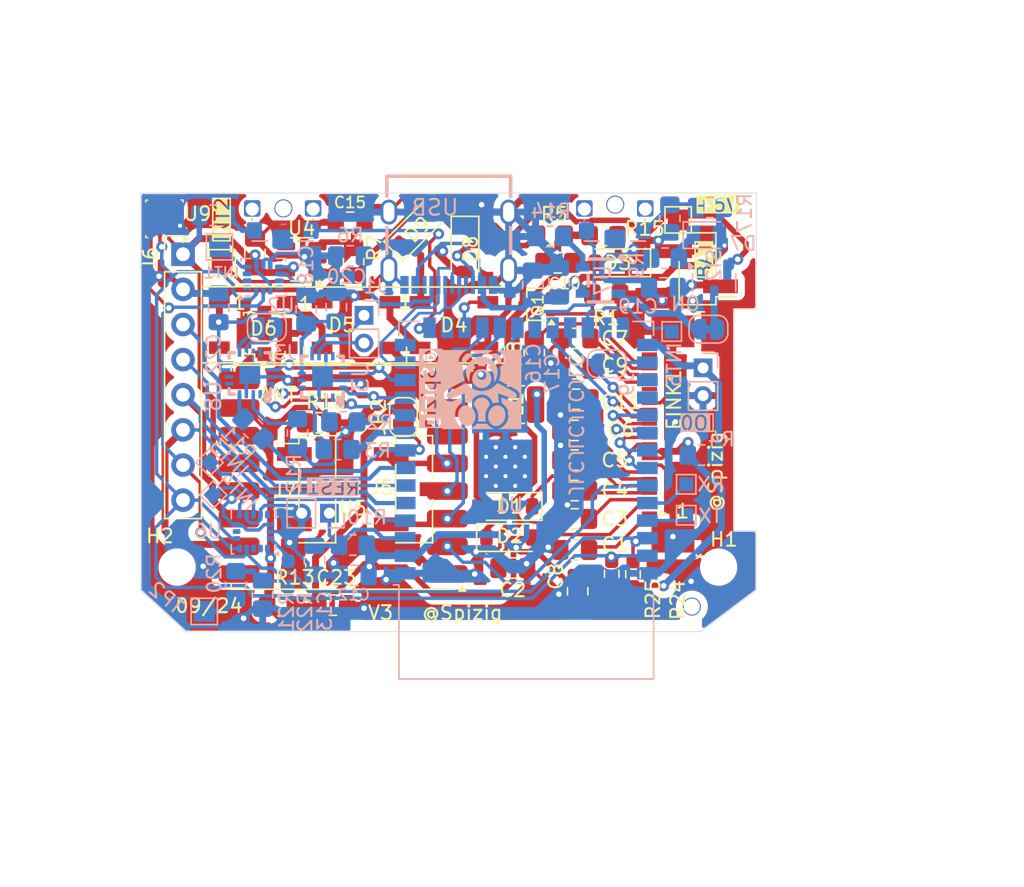
<source format=kicad_pcb>
(kicad_pcb (version 20240108) (generator "pcbnew") (generator_version "8.0")
  (layers (0 "F.Cu" signal) (31 "B.Cu" signal) (34 "B.Paste" user) (35 "F.Paste" user) (36 "B.SilkS" user "B.Silkscreen") (37 "F.SilkS" user "F.Silkscreen") (38 "B.Mask" user) (39 "F.Mask" user) (44 "Edge.Cuts" user))
  (net 0 "")
  (net 1 "+3.3VP")
  (net 2 "GND")
  (net 3 "Net-(D2-A)")
  (net 4 "Net-(D1-K)")
  (net 5 "Net-(D1-A)")
  (net 6 "Net-(D2-K)")
  (net 7 "/EPD_MOSI")
  (net 8 "/EPD_BUSY")
  (net 9 "/EPD_RST")
  (net 10 "/EPD_DC")
  (net 11 "/EPD_CS")
  (net 12 "/EPD_CLK")
  (net 13 "/SEL_R")
  (net 14 "Net-(J1-Pin_2)")
  (net 15 "Net-(J1-Pin_1)")
  (net 17 "/IO47")
  (net 19 "+5VD")
  (net 20 "+BATT")
  (net 21 "Net-(U3-GAIN)")
  (net 22 "/D-")
  (net 23 "/D+")
  (net 24 "/TXD")
  (net 25 "/RXD")
  (net 26 "/LORA_CS")
  (net 27 "/LORA_CLK")
  (net 28 "/LORA_MOSI")
  (net 29 "+5V")
  (net 31 "Net-(D4-DOUT)")
  (net 32 "Net-(D5-DOUT)")
  (net 33 "Net-(JP2-B)")
  (net 34 "Net-(D7-K)")
  (net 35 "VDC")
  (net 36 "Net-(U7-CHRG)")
  (net 37 "Net-(U7-PROG)")
  (net 38 "/Button1")
  (net 39 "/Button2")
  (net 40 "Net-(U3-SD)")
  (net 41 "/GPIO6")
  (net 42 "/GPIO7")
  (net 47 "/GPIO9")
  (net 48 "/AUDIO_SD")
  (net 49 "/AUDIO_BCLK")
  (net 50 "/AUDIO_LRC")
  (net 51 "/AUDIO_DIN")
  (net 56 "/AUDIO_SD2")
  (net 57 "Net-(U8-SD)")
  (net 58 "Net-(U8-GAIN)")
  (net 60 "Net-(J3-Pin_2)")
  (net 62 "Net-(J3-Pin_1)")
  (net 66 "/GPIO4")
  (net 67 "/GPIO5")
  (net 68 "Net-(R16-Pad2)")
  (net 69 "Net-(R17-Pad2)")
  (net 70 "/IO0")
  (net 71 "/GPIO1")
  (net 72 "/GPIO2")
  (net 74 "Net-(J7-Pin_1)")
  (net 75 "Net-(D4-VDD)")
  (net 76 "Net-(AE1-A)")
  (net 77 "Net-(R20-Pad1)")
  (net 78 "Net-(RES1-Pin_1)")
  (net 79 "/LORA_MISO")
  (net 80 "/EPD_BU2")
  (net 81 "unconnected-(U1-GPIO45-Pad26)")
  (net 82 "Net-(USB1-CC2)")
  (net 83 "Net-(USB1-CC1)")
  (net 86 "Net-(ON1-Pin_1)")
  (net 87 "Net-(EINK1-24)")
  (net 88 "Net-(EINK1-22)")
  (net 89 "Net-(EINK1-20)")
  (net 90 "Net-(EINK1-19)")
  (net 91 "Net-(EINK1-4)")
  (net 92 "Net-(EINK1-5)")
  (net 93 "Net-(EINK1-18)")
  (net 95 "Net-(EINK1-2)")
  (net 103 "Net-(U2-INT1)")
  (net 108 "Net-(U6-INT2)")
  (net 109 "Net-(U6-INT1)")
  (net 110 "Net-(U6-ADC1)")
  (net 111 "Net-(R20-Pad2)")
  (net 113 "Net-(U2-INT2)")
  (footprint "Package_TO_SOT_SMD:SOT-323_SC-70" (layer "F.Cu") (at 110.375 70.63299 180)
    (property "Reference" "Q1")
    (property "Value" "Si1308")
  )
  (footprint "Capacitor_SMD:C_0805_2012Metric_Pad1.18x1.45mm_HandSolder" (layer "F.Cu") (at 113.1 88.392)
    (property "Reference" "C1")
    (property "Value" "1uF")
  )
  (footprint "Capacitor_SMD:C_0805_2012Metric_Pad1.18x1.45mm_HandSolder" (layer "F.Cu") (at 113.1 86.15)
    (property "Reference" "C3")
    (property "Value" "1uF")
  )
  (footprint "Capacitor_SMD:C_0805_2012Metric_Pad1.18x1.45mm_HandSolder" (layer "F.Cu") (at 113.1 81.9)
    (property "Reference" "C5")
    (property "Value" "1uF")
  )
  (footprint "Capacitor_SMD:C_0805_2012Metric_Pad1.18x1.45mm_HandSolder" (layer "F.Cu") (at 113.2 77.5)
    (property "Reference" "C11")
    (property "Value" "1uF")
  )
  (footprint "Capacitor_SMD:C_0805_2012Metric_Pad1.18x1.45mm_HandSolder" (layer "F.Cu") (at 113.315 91.38299 90)
    (property "Reference" "C8")
    (property "Value" "100nF")
  )
  (footprint "Capacitor_SMD:C_0805_2012Metric_Pad1.18x1.45mm_HandSolder" (layer "F.Cu") (at 113.2 73.1)
    (property "Reference" "C7")
    (property "Value" "1uF")
  )
  (footprint "Capacitor_SMD:C_0805_2012Metric_Pad1.18x1.45mm_HandSolder" (layer "F.Cu") (at 111.875 67.63299)
    (property "Reference" "C10")
    (property "Value" "4.7uF50V")
  )
  (footprint "Capacitor_SMD:C_0805_2012Metric_Pad1.18x1.45mm_HandSolder" (layer "F.Cu") (at 108.625 89.7 180)
    (property "Reference" "C2")
    (property "Value" "1uF")
  )
  (footprint "Capacitor_SMD:C_0805_2012Metric_Pad1.18x1.45mm_HandSolder" (layer "F.Cu") (at 113.1 84.1)
    (property "Reference" "C4")
    (property "Value" "1uF")
  )
  (footprint "Capacitor_SMD:C_0805_2012Metric_Pad1.18x1.45mm_HandSolder" (layer "F.Cu") (at 113.2 75.3)
    (property "Reference" "C9")
    (property "Value" "1uF")
  )
  (footprint "Diode_SMD:D_SOD-123" (layer "F.Cu") (at 116.225 67.63299 180)
    (property "Reference" "D3")
    (property "Value" "MBR0530")
  )
  (footprint "Diode_SMD:D_SOD-123" (layer "F.Cu") (at 108.375 87.5)
    (property "Reference" "D2")
    (property "Value" "MBR0530" (hide yes))
  )
  (footprint "Diode_SMD:D_SOD-123" (layer "F.Cu") (at 108.375 85.25 180)
    (property "Reference" "D1")
    (property "Value" "MBR0530")
  )
  (footprint "Inductor_SMD:L_1210_3225Metric" (layer "F.Cu") (at 108.875 77.88299)
    (property "Reference" "L1")
    (property "Value" "68uH1A" (hide yes))
  )
  (footprint "Resistor_SMD:R_0805_2012Metric_Pad1.20x1.40mm_HandSolder" (layer "F.Cu") (at 115.375 69.88299)
    (property "Reference" "R1")
    (property "Value" "10K")
  )
  (footprint "Capacitor_SMD:C_0805_2012Metric_Pad1.18x1.45mm_HandSolder" (layer "F.Cu") (at 113.1 79.75)
    (property "Reference" "C6")
    (property "Value" "1uF")
  )
  (footprint "Connector_FFC-FPC:TE_2-1734839-4_1x24-1MP_P0.5mm_Horizontal" (layer "F.Cu") (at 119.848 80.01 90)
    (property "Reference" "EINK1")
    (property "Value" "FPCConn" (hide yes))
  )
  (footprint "Resistor_SMD:R_0805_2012Metric_Pad1.20x1.40mm_HandSolder" (layer "F.Cu") (at 110.175 74.13299 90)
    (property "Reference" "R8")
    (property "Value" "3R")
  )
  (footprint "LED_SMD:LED_WS2812B_PLCC4_5.0x5.0mm_P3.2mm" (layer "F.Cu") (at 89.875 72.11598)
    (property "Reference" "D6")
    (property "Value" "WS2812B")
  )
  (footprint "Connector_PinHeader_2.54mm:PinHeader_1x03_P2.54mm_Vertical_SMD_Pin1Left" (layer "F.Cu") (at 101.5 84)
    (property "Reference" "J5")
    (property "Value" "Conn_01x03_Pin")
  )
  (footprint "Resistor_SMD:R_0805_2012Metric_Pad1.20x1.40mm_HandSolder" (layer "F.Cu") (at 94.625 79.2 180)
    (property "Reference" "R18")
    (property "Value" "10K")
  )
  (footprint "TestPoint:TestPoint_Pad_1.5x1.5mm" (layer "F.Cu") (at 87.625 67.63299)
    (property "Reference" "INT2")
    (property "Value" "TestPoint")
  )
  (footprint "MountingHole:MountingHole_2.2mm_M2" (layer "F.Cu") (at 123.5 89.63299)
    (property "Reference" "H1")
    (property "Value" "MountingHole")
  )
  (footprint "Resistor_SMD:R_0603_1608Metric_Pad0.98x0.95mm_HandSolder" (layer "F.Cu") (at 117.315 90.15049 90)
    (property "Reference" "R24")
    (property "Value" "10K")
  )
  (footprint "Connector_PinHeader_2.54mm:PinHeader_1x02_P2.54mm_Vertical_SMD_Pin1Left" (layer "F.Cu") (at 121.975 68.06299 180)
    (property "Reference" "BAT")
    (property "Value" "PWR")
  )
  (footprint "Capacitor_SMD:C_0805_2012Metric_Pad1.18x1.45mm_HandSolder" (layer "F.Cu") (at 90 66.92049 -90)
    (property "Reference" "C14" (hide yes))
    (property "Value" "4.7uF50V")
  )
  (footprint "MountingHole:MountingHole_2.2mm_M2" (layer "F.Cu") (at 84.375 89.63299)
    (property "Reference" "H2")
    (property "Value" "MountingHole")
  )
  (footprint "Capacitor_SMD:C_0805_2012Metric_Pad1.18x1.45mm_HandSolder" (layer "F.Cu") (at 95.625 92.38299 180)
    (property "Reference" "C23")
    (property "Value" "100nF")
  )
  (footprint "Package_LGA:Bosch_LGA-8_2.5x2.5mm_P0.65mm_ClockwisePinNumbering" (layer "F.Cu") (at 83.456 64.45279 180)
    (property "Reference" "U9")
    (property "Value" "BME280")
  )
  (footprint "Resistor_SMD:R_0805_2012Metric_Pad1.20x1.40mm_HandSolder" (layer "F.Cu") (at 115.181 65.66299 180)
    (property "Reference" "R15")
    (property "Value" "100K")
  )
  (footprint "Diode_SMD:D_SOD-123" (layer "F.Cu") (at 105.175 66.63299 -90)
    (property "Reference" "D8")
    (property "Value" "MBR0530")
  )
  (footprint "Resistor_SMD:R_0805_2012Metric_Pad1.20x1.40mm_HandSolder" (layer "F.Cu") (at 91.875 92.43299 180)
    (property "Reference" "R13")
    (property "Value" "10K")
  )
  (footprint "RF_Module:HOPERF_RFM9XW_SMD" (layer "F.Cu") (at 96.375 83.13299 180)
    (property "Reference" "U5")
    (property "Value" "RFM95W-868S2")
  )
  (footprint "Connector_PinHeader_2.54mm:PinHeader_1x03_P2.54mm_Vertical_SMD_Pin1Left" (layer "F.Cu") (at 94.5 84)
    (property "Reference" "J7")
    (property "Value" "Conn_01x03_Pin")
  )
  (footprint "Connector_Coaxial:U.FL_Molex_MCRF_73412-0110_Vertical" (layer "F.Cu") (at 90.675 72.73299)
    (property "Reference" "ANT")
    (property "Value" "Antenna_Shield")
  )
  (footprint "Diode_SMD:D_SOD-123" (layer "F.Cu") (at 101.675 65.13299 45)
    (property "Reference" "D9")
    (property "Value" "MBR0530")
  )
  (footprint "Resistor_SMD:R_0805_2012Metric_Pad1.20x1.40mm_HandSolder" (layer "F.Cu") (at 97.125 67.55 -90)
    (property "Reference" "R7")
    (property "Value" "0R")
  )
  (footprint "Resistor_SMD:R_0805_2012Metric_Pad1.20x1.40mm_HandSolder" (layer "F.Cu") (at 111.375 65.63299 180)
    (property "Reference" "R5")
    (property "Value" "5k11")
  )
  (footprint "Resistor_SMD:R_0603_1608Metric_Pad0.98x0.95mm_HandSolder" (layer "F.Cu") (at 115.775 90.12299 90)
    (property "Reference" "R25")
    (property "Value" "10K")
  )
  (footprint "Capacitor_SMD:C_0805_2012Metric_Pad1.18x1.45mm_HandSolder" (layer "F.Cu") (at 96.875 64.7)
    (property "Reference" "C15")
    (property "Value" "4.7uF50V")
  )
  (footprint "Jumper:SolderJumper-2_P1.3mm_Bridged_RoundedPad1.0x1.5mm" (layer "F.Cu") (at 100.725 78.78299 90)
    (property "Reference" "JP2")
    (property "Value" "SolderJumper_2_Bridged")
  )
  (footprint "LED_SMD:LED_WS2812B_PLCC4_5.0x5.0mm_P3.2mm" (layer "F.Cu") (at 97.3 72.13299)
    (property "Reference" "D5")
    (property "Value" "WS2812B")
  )
  (footprint "TestPoint:TestPoint_Pad_1.5x1.5mm" (layer "F.Cu") (at 120.575 64.53299)
    (property "Reference" "+5V")
    (property "Value" "TestPoint")
  )
  (footprint "Connector_PinHeader_2.54mm:PinHeader_1x08_P2.54mm_Vertical" (layer "F.Cu") (at 84.8 67.01299)
    (property "Reference" "J6")
    (property "Value" "Conn_01x08_Pin")
  )
  (footprint "Package_TO_SOT_SMD:SOT-23-5" (layer "F.Cu") (at 93.375 67.38299 180)
    (property "Reference" "U4")
    (property "Value" "RT9013")
  )
  (footprint "LED_SMD:LED_WS2812B_PLCC4_5.0x5.0mm_P3.2mm" (layer "F.Cu") (at 104.375 72.13299)
    (property "Reference" "D4")
    (property "Value" "WS2812B")
  )
  (footprint "Capacitor_SMD:C_0805_2012Metric_Pad1.18x1.45mm_HandSolder" (layer "B.Cu") (at 97.175 90.23299)
    (property "Reference" "C12")
    (property "Value" "4.7uF50V")
  )
  (footprint "baer_klein:baerklein" (layer "B.Cu") (at 106.4 76.78819 180)
    (property "Reference" "H3" (hide yes))
    (property "Value" "MountingHole" (hide yes))
  )
  (footprint "Jumper:SolderJumper-2_P1.3mm_Bridged_RoundedPad1.0x1.5mm" (layer "B.Cu") (at 115.425 74.93299 180)
    (property "Reference" "J9")
    (property "Value" "Conn_01x02_Pin")
  )
  (footprint "Package_LGA:LGA-16_3x3mm_P0.5mm_LayoutBorder3x5y" (layer "B.Cu") (at 89.895 87.06299 90)
    (property "Reference" "U6")
    (property "Value" "LIS3DH")
  )
  (footprint "Resistor_SMD:R_0805_2012Metric_Pad1.20x1.40mm_HandSolder" (layer "B.Cu") (at 86.975 64.2)
    (property "Reference" "R16" (hide yes))
    (property "Value" "100K")
  )
  (footprint "Resistor_SMD:R_0805_2012Metric_Pad1.20x1.40mm_HandSolder" (layer "B.Cu") (at 95.975 81.13299 180)
    (property "Reference" "R3")
    (property "Value" "1K")
  )
  (footprint "Resistor_SMD:R_0805_2012Metric_Pad1.20x1.40mm_HandSolder" (layer "B.Cu") (at 90.55 91.63299 90)
    (property "Reference" "R21")
    (property "Value" "100K")
  )
  (footprint "Resistor_SMD:R_0805_2012Metric_Pad1.20x1.40mm_HandSolder" (layer "B.Cu") (at 96.375 79.13299 180)
    (property "Reference" "R2")
    (property "Value" "100K")
  )
  (footprint "tp4056:SW_SPST_CK_KMS2xxGP" (layer "B.Cu") (at 92 64.5)
    (property "Reference" "SW1" (hide yes))
    (property "Value" "SW_Push")
  )
  (footprint "tp4056:SW_SPST_CK_KMS2xxGP" (layer "B.Cu") (at 116 64.5)
    (property "Reference" "SW2" (hide yes))
    (property "Value" "SW_Push")
  )
  (footprint "tp4056:TQFN-16_L3.0-W3.0-P0.50-BL-EP1.5" (layer "B.Cu") (at 94.875 75.88499 180)
    (property "Reference" "U3")
    (property "Value" "~" (hide yes))
  )
  (footprint "Capacitor_SMD:C_0805_2012Metric_Pad1.18x1.45mm_HandSolder" (layer "B.Cu") (at 119.505 69.44299)
    (property "Reference" "C19")
    (property "Value" "100nF")
  )
  (footprint "Package_TO_SOT_SMD:SOT-23" (layer "B.Cu") (at 123.175 69.07049 -90)
    (property "Reference" "SI2")
    (property "Value" "SI2301CDS")
  )
  (footprint "Package_LGA:LGA-14_3x2.5mm_P0.5mm_LayoutBorder3x4y" (layer "B.Cu") (at 90.595 68.68299)
    (property "Reference" "U2")
    (property "Value" "LSM6DS3")
  )
  (footprint "Capacitor_SMD:C_0805_2012Metric_Pad1.18x1.45mm_HandSolder" (layer "B.Cu") (at 111.975 69.03299 90)
    (property "Reference" "C17")
    (property "Value" "100nF")
  )
  (footprint "Capacitor_SMD:C_0805_2012Metric_Pad1.18x1.45mm_HandSolder" (layer "B.Cu") (at 93.7 71 90)
    (property "Reference" "C18")
    (property "Value" "100nF")
  )
  (footprint "Capacitor_SMD:C_0805_2012Metric_Pad1.18x1.45mm_HandSolder" (layer "B.Cu") (at 94.3 89.13299 90)
    (property "Reference" "C13")
    (property "Value" "100nF")
  )
  (footprint "Resistor_SMD:R_0805_2012Metric_Pad1.20x1.40mm_HandSolder" (layer "B.Cu") (at 97.075 88.03299)
    (property "Reference" "R10")
    (property "Value" "10K")
  )
  (footprint "TestPoint:TestPoint_Pad_1.0x1.0mm" (layer "B.Cu") (at 120.115 72.6 180)
    (property "Reference" "INT5")
    (property "Value" "TestPoint")
  )
  (footprint "Jumper:SolderJumper-2_P1.3mm_Open_RoundedPad1.0x1.5mm" (layer "B.Cu") (at 90.855 72.31299)
    (property "Reference" "J3")
    (property "Value" "Conn_01x02_Pin")
  )
  (footprint "TestPoint:TestPoint_Pad_1.5x1.5mm" (layer "B.Cu") (at 86.335 92.83299 180)
    (property "Reference" "TP2")
    (property "Value" "TestPoint")
  )
  (footprint "Resistor_SMD:R_0603_1608Metric_Pad0.98x0.95mm_HandSolder" (layer "B.Cu") (at 92.4 90.12549 -90)
    (property "Reference" "R22")
    (property "Value" "0R")
  )
  (footprint "tp4056:USB-C_SMD-TYPE-C-31-M-12" (layer "B.Cu") (at 104 66.6)
    (property "Reference" "USB")
    (property "Value" "KoreanHropartsElecTYPE-C-31-M-12" (hide yes))
  )
  (footprint "Resistor_SMD:R_0805_2012Metric_Pad1.20x1.40mm_HandSolder" (layer "B.Cu") (at 111.275 65.73299 180)
    (property "Reference" "R14")
    (property "Value" "1K")
  )
  (footprint "Resistor_SMD:R_0805_2012Metric_Pad1.20x1.40mm_HandSolder" (layer "B.Cu") (at 96.875 67.13299)
    (property "Reference" "R6")
    (property "Value" "5k11")
  )
  (footprint "Resistor_SMD:R_0805_2012Metric_Pad1.20x1.40mm_HandSolder" (layer "B.Cu") (at 122.875 63.63299 180)
    (property "Reference" "R17")
    (property "Value" "100K")
  )
  (footprint "Capacitor_SMD:C_0805_2012Metric_Pad1.18x1.45mm_HandSolder" (layer "B.Cu") (at 95.875 70.84549 90)
    (property "Reference" "C20")
    (property "Value" "100nF")
  )
  (footprint "tp4056:ESP32-S3-WROOM-1" (layer "B.Cu") (at 109.6 84.82299)
    (property "Reference" "U1")
    (property "Value" "ESP32-S3-WROOM-1-Espressif")
  )
  (footprint "TestPoint:TestPoint_Pad_1.0x1.0mm" (layer "B.Cu") (at 86.971 84.40819 45)
    (property "Reference" "INT4")
    (property "Value" "TestPoint")
  )
  (footprint "Connector_PinHeader_2.00mm:PinHeader_1x02_P2.00mm_Vertical" (layer "B.Cu") (at 122.375 75.23299 180)
    (property "Reference" "IO0")
    (property "Value" "Conn_01x02_Pin")
  )
  (footprint "Resistor_SMD:R_0805_2012Metric_Pad1.20x1.40mm_HandSolder" (layer "B.Cu") (at 122.275 81.53299 180)
    (property "Reference" "R4")
    (property "Value" "10K")
  )
  (footprint "Connector_PinHeader_2.00mm:PinHeader_1x02_P2.00mm_Vertical" (layer "B.Cu") (at 95.375 85.73299 90)
    (property "Reference" "RES1")
    (property "Value" "Conn_01x02_Pin")
  )
  (footprint "Resistor_SMD:R_0805_2012Metric_Pad1.20x1.40mm_HandSolder" (layer "B.Cu") (at 119.975 64.43299 90)
    (property "Reference" "R19" (hide yes))
    (property "Value" "300K")
  )
  (footprint "Connector_PinHeader_2.00mm:PinHeader_1x02_P2.00mm_Vertical" (layer "B.Cu") (at 97.875 71.43299 180)
    (property "Reference" "J1")
    (property "Value" "Conn_01x02_Pin")
  )
  (footprint "Resistor_SMD:R_0805_2012Metric_Pad1.20x1.40mm_HandSolder" (layer "B.Cu") (at 93.075 79.93299 90)
    (property "Reference" "R12")
    (property "Value" "100K")
  )
  (footprint "TestPoint:TestPoint_Pad_1.5x1.5mm" (layer "B.Cu") (at 87.435 66.47299 180)
    (property "Reference" "INT1")
    (property "Value" "TestPoint")
  )
  (footprint "tp4056:TQFN-16_L3.0-W3.0-P0.50-BL-EP1.5" (layer "B.Cu") (at 89.627 75.63299 180)
    (property "Reference" "U8")
    (property "Value" "~" (hide yes))
  )
  (footprint "tp4056:SOT-23-5_L3.0-W1.7-P0.95-LS2.8-BR" (layer "B.Cu") (at 114.975 68.91099)
    (property "Reference" "U7")
    (property "Value" "TP4065" (hide yes))
  )
  (footprint "Resistor_SMD:R_0805_2012Metric_Pad1.20x1.40mm_HandSolder" (layer "B.Cu") (at 89.875 79.63299 135)
    (property "Reference" "R11")
    (property "Value" "300K")
  )
  (footprint "TestPoint:TestPoint_Pad_1.0x1.0mm" (layer "B.Cu") (at 121.1594 83.64619 180)
    (property "Reference" "RX")
    (property "Value" "TestPoint")
  )
  (footprint "TestPoint:TestPoint_Pad_1.0x1.0mm" (layer "B.Cu") (at 86.717 82.07139 45)
    (property "Reference" "INT3")
    (property "Value" "TestPoint")
  )
  (footprint "Jumper:SolderJumper-2_P1.3mm_Bridged_RoundedPad1.0x1.5mm" (layer "B.Cu") (at 122.765 72.43299 180)
    (property "Reference" "ON")
    (property "Value" "Conn_01x02_Pin")
  )
  (footprint "Capacitor_SMD:C_0805_2012Metric_Pad1.18x1.45mm_HandSolder" (layer "B.Cu") (at 87.375 70.88299 90)
    (property "Reference" "C22")
    (property "Value" "100nF")
  )
  (footprint "Capacitor_SMD:C_0805_2012Metric_Pad1.18x1.45mm_HandSolder" (layer "B.Cu") (at 110.075 69.23299 90)
    (property "Reference" "C16")
    (property "Value" "1uF")
  )
  (footprint "Resistor_SMD:R_0805_2012Metric_Pad1.20x1.40mm_HandSolder" (layer "B.Cu") (at 88.615 90.93299 90)
    (property "Reference" "R20")
    (property "Value" "100K")
  )
  (footprint "Resistor_SMD:R_0805_2012Metric_Pad1.20x1.40mm_HandSolder" (layer "B.Cu") (at 119.625 67.3 180)
    (property "Reference" "R9")
    (property "Value" "1K")
  )
  (footprint "TestPoint:TestPoint_Pad_1.0x1.0mm" (layer "B.Cu") (at 121.1594 85.88139 180)
    (property "Reference" "TX")
    (property "Value" "TestPoint")
  )
  (footprint "LED_SMD:LED_0805_2012Metric" (layer "B.Cu") (at 122.625 65.63299)
    (property "Reference" "D7")
    (property "Value" "LED")
  )
  (gr_line (start 126.224 71) (end 126.224 62.58798) (stroke (width 0.05)) (layer "Edge.Cuts"))
  (gr_line (start 81.724 91.3) (end 81.724 62.58798) (stroke (width 0.05)) (layer "Edge.Cuts"))
  (gr_line (start 126.224 87) (end 124.625 87) (stroke (width 0.05)) (layer "Edge.Cuts"))
  (gr_line (start 126.224 91.3) (end 126.224 87) (stroke (width 0.05)) (layer "Edge.Cuts"))
  (gr_line (start 81.724 91.3) (end 85 94.3) (stroke (width 0.05)) (layer "Edge.Cuts"))
  (gr_line (start 124.625 71) (end 126.224 71) (stroke (width 0.05)) (layer "Edge.Cuts"))
  (gr_line (start 85 94.3) (end 122.224 94.3) (stroke (width 0.05)) (layer "Edge.Cuts"))
  (gr_line (start 124.625 87) (end 124.625 71) (stroke (width 0.05)) (layer "Edge.Cuts"))
  (gr_line (start 81.724 62.58798) (end 126.224 62.58798) (stroke (width 0.05)) (layer "Edge.Cuts"))
  (gr_line (start 126.224 91.3) (end 122.224 94.3) (stroke (width 0.05)) (layer "Edge.Cuts"))
  (gr_text "@Spizig" (at 102.575 76.73299 90) (layer "B.SilkS" knockout) (effects (font (size 1 1)) (justify mirror)))
  (gr_text "JLCJLCJLCJLC" (at 113.175 79.33299 -90) (layer "B.SilkS") (effects (font (size 1 1)) (justify mirror)))
  (gr_text "1" (at 120.904 85.598 0) (layer "F.SilkS") (effects (font (size 1 1))))
  (gr_text "@Spizig" (at 123.275 82.73299 90) (layer "F.SilkS") (effects (font (size 1 1))))
  (gr_text "09/24" (at 86.675 92.43299 0) (layer "F.SilkS") (effects (font (size 1 1))))
  (gr_text "@Spizig" (at 104.975 92.93299 0) (layer "F.SilkS") (effects (font (size 1 1))))
  (gr_text "V3" (at 99.075 92.93299 0) (layer "F.SilkS") (effects (font (size 1 1))))
  (via (at 116.0286 63.42779) (size 1.3) (drill 1.152) (layers "F.Cu" "B.Cu") (net 0))
  (via (at 92.051 63.7) (size 1.3) (drill 1.152) (layers "F.Cu" "B.Cu") (net 0))
  (via (at 121.5658 92.48539) (size 1.3) (drill 1.152) (layers "F.Cu" "B.Cu") (net 0))
  (segment (start 97.923834 89.38299) (end 98.375 89.38299) (width 0.4) (layer "F.Cu") (net 1))
  (segment (start 100.875 89.63299) (end 98.875 89.63299) (width 0.4) (layer "F.Cu") (net 1))
  (segment (start 119.375 81.26) (end 119.375 81.38299) (width 0.25) (layer "F.Cu") (net 1))
  (segment (start 119.531009 90.98299) (end 119.481009 90.93299) (width 0.4) (layer "F.Cu") (net 1))
  (segment (start 83.781 65.892937) (end 84.8 66.911937) (width 0.25) (layer "F.Cu") (net 1))
  (segment (start 98.375 89.29299) (end 98.455 89.21299) (width 0.4) (layer "F.Cu") (net 1))
  (segment (start 83.781 64.18979) (end 83.781 64.59619) (width 0.25) (layer "F.Cu") (net 1))
  (segment (start 95.176166 93.53299) (end 95.575 93.134156) (width 0.4) (layer "F.Cu") (net 1))
  (segment (start 84.8 67.01299) (end 86.05 68.26299) (width 0.4) (layer "F.Cu") (net 1))
  (segment (start 89.2414 66.99939) (end 88.125 65.88299) (width 0.5) (layer "F.Cu") (net 1))
  (segment (start 84.3294 64.18979) (end 83.781 64.18979) (width 0.25) (layer "F.Cu") (net 1))
  (segment (start 102.875 91.63299) (end 100.875 89.63299) (width 0.4) (layer "F.Cu") (net 1))
  (segment (start 84.431 63.30819) (end 84.431 64.08819) (width 0.25) (layer "F.Cu") (net 1))
  (segment (start 97.649417 89.657407) (end 98.899417 89.657407) (width 0.4) (layer "F.Cu") (net 1))
  (segment (start 98.875 89.63299) (end 98.455 89.21299) (width 0.4) (layer "F.Cu") (net 1))
  (segment (start 110.389755 88.529116) (end 109.179116 88.529116) (width 0.4) (layer "F.Cu") (net 1))
  (segment (start 90.875 92.43299) (end 90.875 90.801619) (width 0.4) (layer "F.Cu") (net 1))
  (segment (start 108.875 88.225) (end 108.675 88.425) (width 0.4) (layer "F.Cu") (net 1))
  (segment (start 120.56799 81.26) (end 121.275 80.55299) (width 0.5) (layer "F.Cu") (net 1))
  (segment (start 107.625 91.63299) (end 102.875 91.63299) (width 0.4) (layer "F.Cu") (net 1))
  (segment (start 90.875 92.43299) (end 92.025 93.58299) (width 0.4) (layer "F.Cu") (net 1))
  (segment (start 85.93 65.88299) (end 84.8 67.01299) (width 0.5) (layer "F.Cu") (net 1))
  (segment (start 95.575 93.134156) (end 95.575 91.731824) (width 0.4) (layer "F.Cu") (net 1))
  (segment (start 92.780315 67.93299) (end 92.6375 67.93299) (width 0.25) (layer "F.Cu") (net 1))
  (segment (start 119.481009 90.93299) (end 112.793629 90.93299) (width 0.4) (layer "F.Cu") (net 1))
  (segment (start 86.05 68.26299) (end 86.05 76.55799) (width 0.4) (layer "F.Cu") (net 1))
  (segment (start 84.431 64.08819) (end 84.3294 64.18979) (width 0.25) (layer "F.Cu") (net 1))
  (segment (start 86.975 82.747688) (end 88.360302 84.13299) (width 0.4) (layer "F.Cu") (net 1))
  (segment (start 98.375 89.38299) (end 98.375 89.29299) (width 0.4) (layer "F.Cu") (net 1))
  (segment (start 90.008154 67.070489) (end 90.008154 67.949836) (width 0.25) (layer "F.Cu") (net 1))
  (segment (start 118.498 81.76) (end 119.408 81.76) (width 0.25) (layer "F.Cu") (net 1))
  (segment (start 119.719998 81.26) (end 119.813999 81.354001) (width 0.25) (layer "F.Cu") (net 1))
  (segment (start 86.975 77.48299) (end 86.975 82.747688) (width 0.4) (layer "F.Cu") (net 1))
  (segment (start 90.375 68.33299) (end 90 67.95799) (width 0.5) (layer "F.Cu") (net 1))
  (segment (start 119.580005 81.587995) (end 119.705005 81.462995) (width 0.25) (layer "F.Cu") (net 1))
  (segment (start 119.375 81.26) (end 119.575 81.26) (width 0.25) (layer "F.Cu") (net 1))
  (segment (start 83.3746 64.18979) (end 83.781 64.59619) (width 0.25) (layer "F.Cu") (net 1))
  (segment (start 84.8 66.911937) (end 84.8 67.01299) (width 0.25) (layer "F.Cu") (net 1))
  (segment (start 83.131 64.10899) (end 83.131 63.30819) (width 0.25) (layer "F.Cu") (net 1))
  (segment (start 119.375 81.26) (end 120.56799 81.26) (width 0.5) (layer "F.Cu") (net 1))
  (segment (start 89.4192 67.17719) (end 89.901453 67.17719) (width 0.5) (layer "F.Cu") (net 1))
  (segment (start 90 67.95799) (end 90 67.75799) (width 0.5) (layer "F.Cu") (net 1))
  (segment (start 91.125 84.13299) (end 91.125 90.551619) (width 0.5) (layer "F.Cu") (net 1))
  (segment (start 82.481 63.96699) (end 82.7038 64.18979) (width 0.25) (layer "F.Cu") (net 1))
  (segment (start 119.375 81.38299) (end 119.580005 81.587995) (width 0.25) (layer "F.Cu") (net 1))
  (segment (start 89.2414 66.99939) (end 89.4192 67.17719) (width 0.5) (layer "F.Cu") (net 1))
  (segment (start 112.793629 90.93299) (end 110.389755 88.529116) (width 0.4) (layer "F.Cu") (net 1))
  (segment (start 88.85 84.13299) (end 91.125 84.13299) (width 0.5) (layer "F.Cu") (net 1))
  (segment (start 90.008154 67.949836) (end 90 67.95799) (width 0.25) (layer "F.Cu") (net 1))
  (segment (start 119.705005 81.462995) (end 119.813999 81.354001) (width 0.25) (layer "F.Cu") (net 1))
  (segment (start 88.125 65.88299) (end 85.93 65.88299) (width 0.5) (layer "F.Cu") (net 1))
  (segment (start 83.669 64.18979) (end 83.2118 64.18979) (width 0.25) (layer "F.Cu") (net 1))
  (segment (start 119.408 81.76) (end 119.580005 81.587995) (width 0.25) (layer "F.Cu") (net 1))
  (segment (start 82.481 63.30819) (end 82.481 63.96699) (width 0.25) (layer "F.Cu") (net 1))
  (segment (start 118.498 81.26) (end 118.498 81.76) (width 0.25) (layer "F.Cu") (net 1))
  (segment (start 91.1 92.65799) (end 91.1 90.63299) (width 0.5) (layer "F.Cu") (net 1))
  (segment (start 91.125 90.551619) (end 90.875 90.801619) (width 0.5) (layer "F.Cu") (net 1))
  (segment (start 92.2375 68.33299) (end 90.375 68.33299) (width 0.5) (layer "F.Cu") (net 1))
  (segment (start 109.179116 88.529116) (end 108.875 88.225) (width 0.4) (layer "F.Cu") (net 1))
  (segment (start 97.649417 89.657407) (end 97.923834 89.38299) (width 0.4) (layer "F.Cu") (net 1))
  (segment (start 83.2118 64.18979) (end 83.131 64.10899) (width 0.25) (layer "F.Cu") (net 1))
  (segment (start 92.6375 67.93299) (end 92.2375 68.33299) (width 0.25) (layer "F.Cu") (net 1))
  (segment (start 92.025 93.58299) (end 95.196878 93.58299) (width 0.4) (layer "F.Cu") (net 1))
  (segment (start 89.901453 67.17719) (end 90.008154 67.070489) (width 0.5) (layer "F.Cu") (net 1))
  (segment (start 90 67.75799) (end 89.2414 66.99939) (width 0.5) (layer "F.Cu") (net 1))
  (segment (start 95.575 91.731824) (end 97.649417 89.657407) (width 0.4) (layer "F.Cu") (net 1))
  (segment (start 91.125 84.13299) (end 95.52201 84.13299) (width 0.5) (layer "F.Cu") (net 1))
  (segment (start 95.196878 93.58299) (end 95.6375 93.142368) (width 0.4) (layer "F.Cu") (net 1))
  (segment (start 108.675 90.58299) (end 107.625 91.63299) (width 0.4) (layer "F.Cu") (net 1))
  (segment (start 118.498 81.26) (end 119.375 81.26) (width 0.25) (layer "F.Cu") (net 1))
  (segment (start 108.675 88.425) (end 108.675 90.58299) (width 0.4) (layer "F.Cu") (net 1))
  (segment (start 119.575 81.26) (end 119.719998 81.26) (width 0.25) (layer "F.Cu") (net 1))
  (segment (start 83.781 64.59619) (end 83.781 65.892937) (width 0.25) (layer "F.Cu") (net 1))
  (segment (start 86.05 76.55799) (end 86.975 77.48299) (width 0.4) (layer "F.Cu") (net 1))
  (segment (start 82.7038 64.18979) (end 83.3746 64.18979) (width 0.25) (layer "F.Cu") (net 1))
  (via (at 119.531009 90.98299) (size 0.8) (drill 0.4) (layers "F.Cu" "B.Cu") (net 1))
  (via (at 92.780315 67.93299) (size 0.8) (drill 0.4) (layers "F.Cu" "B.Cu") (net 1))
  (via (at 121.295 80.62299) (size 0.8) (drill 0.4) (layers "F.Cu" "B.Cu") (net 1))
  (via (at 88.314847 84.670097) (size 0.8) (drill 0.4) (layers "F.Cu" "B.Cu") (net 1))
  (via (at 98.265 89.59299) (size 0.8) (drill 0.4) (layers "F.Cu" "B.Cu") (net 1))
  (via (at 90.008154 67.070489) (size 0.8) (drill 0.4) (layers "F.Cu" "B.Cu") (net 1))
  (via (at 110.375 77.13299) (size 0.8) (drill 0.4) (layers "F.Cu" "B.Cu") (net 1))
  (via (at 108.875 88.225) (size 0.8) (drill 0.4) (layers "F.Cu" "B.Cu") (net 1))
  (via (at 91.125 88.98299) (size 0.8) (drill 0.4) (layers "F.Cu" "B.Cu") (net 1))
  (segment (start 88.405 86.56299) (end 88.67 86.56299) (width 0.25) (layer "B.Cu") (net 1))
  (segment (start 108.5875 88.225) (end 108.875 88.225) (width 0.5) (layer "B.Cu") (net 1))
  (segment (start 90.095 67.157335) (end 90.008154 67.070489) (width 0.25) (layer "B.Cu") (net 1))
  (segment (start 98.705 88.96299) (end 98.475 88.73299) (width 0.5) (layer "B.Cu") (net 1))
  (segment (start 110.9 84.850452) (end 110.9 79.870528) (width 0.4) (layer "B.Cu") (net 1))
  (segment (start 90.895 88.75299) (end 91.125 88.98299) (width 0.25) (layer "B.Cu") (net 1))
  (segment (start 121.295 81.51299) (end 121.275 81.53299) (width 0.5) (layer "B.Cu") (net 1))
  (segment (start 110.9 79.870528) (end 110.375 79.345528) (width 0.4) (layer "B.Cu") (net 1))
  (segment (start 103.225 87.28299) (end 107.64549 87.28299) (width 0.5) (layer "B.Cu") (net 1))
  (segment (start 84.8 67.01299) (end 85.975 65.83799) (width 0.4) (layer "B.Cu") (net 1))
  (segment (start 108.875 88.225) (end 109.625 87.475) (width 0.4) (layer "B.Cu") (net 1))
  (segment (start 91.12 86.56299) (end 90.667184 86.56299) (width 0.25) (layer "B.Cu") (net 1))
  (segment (start 90.095 68.168778) (end 90.095 67.77049) (width 0.25) (layer "B.Cu") (net 1))
  (segment (start 91.095 69.59549) (end 91.095 69.168778) (width 0.25) (layer "B.Cu") (net 1))
  (segment (start 90.095 67.77049) (end 90.095 67.157335) (width 0.25) (layer "B.Cu") (net 1))
  (segment (start 98.475 88.73299) (end 98.2125 88.73299) (width 0.5) (layer "B.Cu") (net 1))
  (segment (start 123.705 83.96299) (end 121.275 81.53299) (width 0.5) (layer "B.Cu") (net 1))
  (segment (start 91.095 69.168778) (end 90.095 68.168778) (width 0.25) (layer "B.Cu") (net 1))
  (segment (start 98.2125 89.45549) (end 98.455 89.21299) (width 0.5) (layer "B.Cu") (net 1))
  (segment (start 89.415988 86.94819) (end 89.030788 86.56299) (width 0.25) (layer "B.Cu") (net 1))
  (segment (start 119.531009 90.98299) (end 123.705 86.808999) (width 0.5) (layer "B.Cu") (net 1))
  (segment (start 89.030788 86.56299) (end 88.67 86.56299) (width 0.25) (layer "B.Cu") (net 1))
  (segment (start 107.64549 87.28299) (end 108.5875 88.225) (width 0.5) (layer "B.Cu") (net 1))
  (segment (start 85.975 65.83799) (end 85.975 64.2) (width 0.4) (layer "B.Cu") (net 1))
  (segment (start 100.85 88.81299) (end 98.855 88.81299) (width 0.5) (layer "B.Cu") (net 1))
  (segment (start 110.375 79.345528) (end 110.375 77.13299) (width 0.4) (layer "B.Cu") (net 1))
  (segment (start 98.2125 90.23299) (end 98.2125 88.73299) (width 0.5) (layer "B.Cu") (net 1))
  (segment (start 90.281984 86.94819) (end 89.415988 86.94819) (width 0.25) (layer "B.Cu") (net 1))
  (segment (start 87.7275 85.257444) (end 87.7275 85.88549) (width 0.25) (layer "B.Cu") (net 1))
  (segment (start 109.625 87.475) (end 109.625 86.125452) (width 0.4) (layer "B.Cu") (net 1))
  (segment (start 98.2125 90.23299) (end 98.2125 89.45549) (width 0.5) (layer "B.Cu") (net 1))
  (segment (start 101.695 88.81299) (end 103.225 87.28299) (width 0.5) (layer "B.Cu") (net 1))
  (segment (start 90.895 88.28799) (end 90.895 88.75299) (width 0.25) (layer "B.Cu") (net 1))
  (segment (start 87.7275 85.88549) (end 88.405 86.56299) (width 0.25) (layer "B.Cu") (net 1))
  (segment (start 100.85 88.81299) (end 101.695 88.81299) (width 0.5) (layer "B.Cu") (net 1))
  (segment (start 109.625 86.125452) (end 110.9 84.850452) (width 0.4) (layer "B.Cu") (net 1))
  (segment (start 121.295 80.62299) (end 121.295 81.51299) (width 0.5) (layer "B.Cu") (net 1))
  (segment (start 92.780315 67.93299) (end 91.7575 67.93299) (width 0.25) (layer "B.Cu") (net 1))
  (segment (start 98.2125 88.73299) (end 98.2125 88.17049) (width 0.5) (layer "B.Cu") (net 1))
  (segment (start 88.314847 84.670097) (end 87.7275 85.257444) (width 0.25) (layer "B.Cu") (net 1))
  (segment (start 121.275 80.55299) (end 121.275 81.53299) (width 0.5) (layer "B.Cu") (net 1))
  (segment (start 98.455 89.21299) (end 98.705 88.96299) (width 0.5) (layer "B.Cu") (net 1))
  (segment (start 98.855 88.81299) (end 98.075 88.03299) (width 0.5) (layer "B.Cu") (net 1))
  (segment (start 123.705 86.808999) (end 123.705 83.96299) (width 0.5) (layer "B.Cu") (net 1))
  (segment (start 90.667184 86.56299) (end 90.281984 86.94819) (width 0.25) (layer "B.Cu") (net 1))
  (segment (start 98.705 88.96299) (end 98.855 88.81299) (width 0.5) (layer "B.Cu") (net 1))
  (segment (start 93.755093 67.38299) (end 94.5125 67.38299) (width 0.4) (layer "F.Cu") (net 2))
  (segment (start 112.0625 88.392) (end 111.38401 88.392) (width 0.5) (layer "F.Cu") (net 2))
  (segment (start 100.653407 62.987593) (end 105.929603 62.987593) (width 0.25) (layer "F.Cu") (net 2))
  (segment (start 85.2148 62.85279) (end 86.495 64.13299) (width 0.25) (layer "F.Cu") (net 2))
  (segment (start 93.45 66.814964) (end 93.45 66.051016) (width 0.4) (layer "F.Cu") (net 2))
  (segment (start 120.198 76.845002) (end 119.283002 77.76) (width 0.25) (layer "F.Cu") (net 2))
  (segment (start 100.975 76.13299) (end 103.9 76.13299) (width 0.4) (layer "F.Cu") (net 2))
  (segment (start 95.675 89.33299) (end 96.445 88.56299) (width 0.4) (layer "F.Cu") (net 2))
  (segment (start 99.125 73.78299) (end 98.275 74.63299) (width 0.5) (layer "F.Cu") (net 2))
  (segment (start 96.2875 92.43299) (end 96.3375 92.38299) (width 0.5) (layer "F.Cu") (net 2))
  (segment (start 117.989995 66.017995) (end 117.375 66.63299) (width 0.5) (layer "F.Cu") (net 2))
  (segment (start 93.45 66.051016) (end 94.801016 64.7) (width 0.4) (layer "F.Cu") (net 2))
  (segment (start 111.849641 66.89799) (end 111.828934 66.877283) (width 0.5) (layer "F.Cu") (net 2))
  (segment (start 119.348 82.26) (end 120.198 83.11) (width 0.25) (layer "F.Cu") (net 2))
  (segment (start 98.275 74.63299) (end 97.475 74.63299) (width 0.5) (layer "F.Cu") (net 2))
  (segment (start 116.705 70.21299) (end 116.375 69.88299) (width 0.4) (layer "F.Cu") (net 2))
  (segment (start 111.875 66.89799) (end 111.849641 66.89799) (width 0.5) (layer "F.Cu") (net 2))
  (segment (start 103.9 76.13299) (end 101.475 76.13299) (width 0.5) (layer "F.Cu") (net 2))
  (segment (start 92.975 76.38299) (end 92.625 76.38299) (width 0.5) (layer "F.Cu") (net 2))
  (segment (start 105.974394 88.514656) (end 105.974394 90.033596) (width 0.25) (layer "F.Cu") (net 2))
  (segment (start 91.25 67.13299) (end 90 65.88299) (width 0.4) (layer "F.Cu") (net 2))
  (segment (start 118.375 67.53299) (end 118.375 67.63299) (width 0.5) (layer "F.Cu") (net 2))
  (segment (start 120.198 72.59) (end 120.198 76.845002) (width 0.25) (layer "F.Cu") (net 2))
  (segment (start 109.625 89.38299) (end 111.82951 91.5875) (width 0.25) (layer "F.Cu") (net 2))
  (segment (start 91.40799 64.7) (end 95.8375 64.7) (width 0.25) (layer "F.Cu") (net 2))
  (segment (start 94.801016 64.7) (end 95.8375 64.7) (width 0.4) (layer "F.Cu") (net 2))
  (segment (start 85.6762 64.95179) (end 86.495 64.13299) (width 0.25) (layer "F.Cu") (net 2))
  (segment (start 102.1 76.13299) (end 103.9 76.13299) (width 0.5) (layer "F.Cu") (net 2))
  (segment (start 105.929603 62.987593) (end 106.375 63.43299) (width 0.25) (layer "F.Cu") (net 2))
  (segment (start 91.125 79.918292) (end 91.125 82.38299) (width 0.4) (layer "F.Cu") (net 2))
  (segment (start 107.7 87.05799) (end 108.375 86.38299) (width 0.25) (layer "F.Cu") (net 2))
  (segment (start 93.569378 67.197275) (end 93.505093 67.13299) (width 0.4) (layer "F.Cu") (net 2))
  (segment (start 108.375 86.38299) (end 111.325 86.38299) (width 0.25) (layer "F.Cu") (net 2))
  (segment (start 98.975 78.13299) (end 100.975 76.13299) (width 0.4) (layer "F.Cu") (net 2))
  (segment (start 93.505093 67.13299) (end 91.25 67.13299) (width 0.4) (layer "F.Cu") (net 2))
  (segment (start 120.525 66.78299) (end 120.525 66.875) (width 0.5) (layer "F.Cu") (net 2))
  (segment (start 110.375 63.13299) (end 110.65799 62.85) (width 0.35) (layer "F.Cu") (net 2))
  (segment (start 91.674998 75.432988) (end 91.674998 74.415982) (width 0.4) (layer "F.Cu") (net 2))
  (segment (start 103.9 76.13299) (end 103.9 70.90799) (width 0.4) (layer "F.Cu") (net 2))
  (segment (start 90 65.88299) (end 90.225 65.88299) (width 0.25) (layer "F.Cu") (net 2))
  (segment (start 103.9 70.90799) (end 105.675 69.13299) (width 0.4) (layer "F.Cu") (net 2))
  (segment (start 99.75 73.78299) (end 99.125 73.78299) (width 0.5) (layer "F.Cu") (net 2))
  (segment (start 105.974394 88.514656) (end 107.356938 88.514656) (width 0.25) (layer "F.Cu") (net 2))
  (segment (start 111.325 86.38299) (end 112.575 85.13299) (width 0.25) (layer "F.Cu") (net 2))
  (segment (start 90.957349 79.750641) (end 89.135698 77.92899) (width 0.4) (layer "F.Cu") (net 2))
  (segment (start 111.82951 91.5875) (end 111.95451 91.5875) (width 0.25) (layer "F.Cu") (net 2))
  (segment (start 101.605 88.56299) (end 103.175 90.13299) (width 0.4) (layer "F.Cu") (net 2))
  (segment (start 111.38401 88.392) (end 111.189755 88.197745) (width 0.5) (layer "F.Cu") (net 2))
  (segment (start 107.356938 88.514656) (end 107.7 88.171594) (width 0.25) (layer "F.Cu") (net 2))
  (segment (start 108.325 71.068472) (end 106.825 72.568472) (width 0.4) (layer "F.Cu") (net 2))
  (segment (start 97.88 92.60799) (end 97.88 92.12799) (width 0.5) (layer "F.Cu") (net 2))
  (segment (start 107.35801 69.13299) (end 108.325 68.166) (width 0.4) (layer "F.Cu") (net 2))
  (segment (start 93.425 75.93299) (end 92.975 76.38299) (width 0.5) (layer "F.Cu") (net 2))
  (segment (start 99.284 63.575) (end 99.675 63.966) (width 0.4) (layer "F.Cu") (net 2))
  (segment (start 91.125 82.38299) (end 91.625 82.88299) (width 0.4) (layer "F.Cu") (net 2))
  (segment (start 98.675 76.38299) (end 98.225 75.93299) (width 0.5) (layer "F.Cu") (net 2))
  (segment (start 96.571884 79.836106) (end 98.275 78.13299) (width 0.4) (layer "F.Cu") (net 2))
  (segment (start 84.431 65.10419) (end 84.5834 64.95179) (width 0.25) (layer "F.Cu") (net 2))
  (segment (start 118.498 82.26) (end 119.348 82.26) (width 0.25) (layer "F.Cu") (net 2))
  (segment (start 119.283002 77.76) (end 118.498 77.76) (width 0.25) (layer "F.Cu") (net 2))
  (segment (start 108.325 63.966) (end 109.15801 63.13299) (width 0.5) (layer "F.Cu") (net 2))
  (segment (start 83.781 63.00279) (end 83.931 62.85279) (width 0.25) (layer "F.Cu") (net 2))
  (segment (start 86.495 64.13299) (end 88.25 64.13299) (width 0.25) (layer "F.Cu") (net 2))
  (segment (start 90.225 65.88299) (end 91.40799 64.7) (width 0.25) (layer "F.Cu") (net 2))
  (segment (start 92.375 76.13299) (end 91.674998 75.432988) (width 0.4) (layer "F.Cu") (net 2))
  (segment (start 95.8375 64.7) (end 96.9625 63.575) (width 0.4) (layer "F.Cu") (net 2))
  (segment (start 106.825 72.568472) (end 106.825 73.78299) (width 0.4) (layer "F.Cu") (net 2))
  (segment (start 96.9625 63.575) (end 99.284 63.575) (width 0.4) (layer "F.Cu") (net 2))
  (segment (start 91.281183 79.750641) (end 90.957349 79.750641) (width 0.4) (layer "F.Cu") (net 2))
  (segment (start 96.539297 79.836106) (end 96.539297 80.170703) (width 0.25) (layer "F.Cu") (net 2))
  (segment (start 107.7 88.171594) (end 107.7 87.05799) (width 0.25) (layer "F.Cu") (net 2))
  (segment (start 93.82701 82.88299) (end 91.625 82.88299) (width 0.25) (layer "F.Cu") (net 2))
  (segment (start 92.931824 78.1) (end 91.281183 79.750641) (width 0.4) (layer "F.Cu") (net 2))
  (segment (start 93.569378 67.197275) (end 93.755093 67.38299) (width 0.4) (layer "F.Cu") (net 2))
  (segment (start 97.475 74.63299) (end 96.75 73.90799) (width 0.5) (layer "F.Cu") (net 2))
  (segment (start 97.190075 70.08299) (end 97.75801 70.08299) (width 0.5) (layer "F.Cu") (net 2))
  (segment (start 84.431 65.35819) (end 84.431 65.10419) (width 0.25) (layer "F.Cu") (net 2))
  (segment (start 91.674998 74.415982) (end 92.325 73.76598) (width 0.4) (layer "F.Cu") (net 2))
  (segment (start 117.375 66.63299) (end 117.375 67.13299) (width 0.4) (layer "F.Cu") (net 2))
  (segment (start 98.275 78.13299) (end 98.975 78.13299) (width 0.4) (layer "F.Cu") (net 2))
  (segment (start 84.5834 64.95179) (end 85.6762 64.95179) (width 0.25) (layer "F.Cu") (net 2))
  (segment (start 99.675 63.966) (end 100.653407 62.987593) (width 0.25) (layer "F.Cu") (net 2))
  (segment (start 93.569378 66.934342) (end 93.45 66.814964) (width 0.4) (layer "F.Cu") (net 2))
  (segment (start 109.15801 63.13299) (end 110.375 63.13299) (width 0.5) (layer "F.Cu") (net 2))
  (segment (start 99.325 76.38299) (end 98.675 76.38299) (width 0.5) (layer "F.Cu") (net 2))
  (segment (start 94.318176 78.1) (end 92.931824 78.1) (width 0.4) (layer "F.Cu") (net 2))
  (segment (start 97.75801 70.08299) (end 99.675 68.166) (width 0.5) (layer "F.Cu") (net 2))
  (segment (start 96.75 73.90799) (end 96.75 70.440111) (width 0.5) (layer "F.Cu") (net 2))
  (segment (start 88.25 64.13299) (end 90 65.88299) (width 0.25) (layer "F.Cu") (net 2))
  (segment (start 119.149183 66.017995) (end 117.989995 66.017995) (width 0.5) (layer "F.Cu") (net 2))
  (segment (start 98.225 75.93299) (end 93.425 75.93299) (width 0.5) (layer "F.Cu") (net 2))
  (segment (start 96.539297 80.170703) (end 93.82701 82.88299) (width 0.25) (layer "F.Cu") (net 2))
  (segment (start 98.675 76.38299) (end 97.625 76.38299) (width 0.5) (layer "F.Cu") (net 2))
  (segment (start 108.325 68.166) (end 108.325 71.068472) (width 0.4) (layer "F.Cu") (net 2))
  (segment (start 89.135698 77.92899) (end 89.054 77.92899) (width 0.4) (layer "F.Cu") (net 2))
  (segment (start 105.974394 90.033596) (end 105.875 90.13299) (width 0.25) (layer "F.Cu") (net 2))
  (segment (start 112.375 65.63299) (end 114.151 65.63299) (width 0.5) (layer "F.Cu") (net 2))
  (segment (start 83.064999 68.605828) (end 83.852838 68.605828) (width 0.4) (layer "F.Cu") (net 2))
  (segment (start 114.151 65.63299) (end 114.181 65.66299) (width 0.5) (layer "F.Cu") (net 2))
  (segment (start 83.931 62.85279) (end 85.2148 62.85279) (width 0.25) (layer "F.Cu") (net 2))
  (segment (start 83.852838 68.605828) (end 84.8 69.55299) (width 0.4) (layer "F.Cu") (net 2))
  (segment (start 96.539297 79.836106) (end 96.571884 79.836106) (width 0.4) (layer "F.Cu") (net 2))
  (segment (start 111.375 73.8875) (end 112.1625 73.1) (width 0.25) (layer "F.Cu") (net 2))
  (segment (start 100.8375 74.87049) (end 102.1 76.13299) (width 0.5) (layer "F.Cu") (net 2))
  (segment (start 96.75 70.440111) (end 97.165778 70.024333) (width 0.5) (layer "F.Cu") (net 2))
  (segment (start 92.625 76.38299) (end 92.375 76.13299) (width 0.5) (layer "F.Cu") (net 2))
  (segment (start 111.375 74.88299) (end 111.375 73.8875) (width 0.25) (layer "F.Cu") (net 2))
  (segment (start 106.435 75.73299) (end 104.3 75.73299) (width 0.5) (layer "F.Cu") (net 2))
  (segment (start 120.198 83.11) (end 120.198 87.43) (width 0.25) (layer "F.Cu") (net 2))
  (segment (start 104.3 75.73299) (end 103.9 76.13299) (width 0.5) (layer "F.Cu") (net 2))
  (segment (start 119.149183 66.758807) (end 118.375 67.53299) (width 0.5) (layer "F.Cu") (net 2))
  (segment (start 115.931657 70.326333) (end 116.375 69.88299) (width 0.4) (layer "F.Cu") (net 2))
  (segment (start 119.295 70.21299) (end 116.705 70.21299) (width 0.4) (layer "F.Cu") (net 2))
  (segment (start 83.781 63.42779) (end 83.781 63.00279) (width 0.25) (layer "F.Cu") (net 2))
  (segment (start 94.751166 78.53299) (end 94.318176 78.1) (width 0.4) (layer "F.Cu") (net 2))
  (segment (start 93.569378 67.197275) (end 93.569378 66.934342) (width 0.4) (layer "F.Cu") (net 2))
  (segment (start 105.675 69.13299) (end 107.35801 69.13299) (width 0.4) (layer "F.Cu") (net 2))
  (segment (start 89.339698 78.13299) (end 91.125 79.918292) (width 0.4) (layer "F.Cu") (net 2))
  (segment (start 109.05801 63.23299) (end 108.325 63.966) (width 0.5) (layer "F.Cu") (net 2))
  (segment (start 96.445 88.56299) (end 101.605 88.56299) (width 0.4) (layer "F.Cu") (net 2))
  (segment (start 111.875 66.13299) (end 111.875 66.89799) (width 0.5) (layer "F.Cu") (net 2))
  (segment (start 112.375 65.63299) (end 111.875 66.13299) (width 0.5) (layer "F.Cu") (net 2))
  (segment (start 100.8375 74.87049) (end 99.325 76.38299) (width 0.5) (layer "F.Cu") (net 2))
  (segment (start 117.375 67.13299) (end 117.875 67.63299) (width 0.4) (layer "F.Cu") (net 2))
  (segment (start 119.149183 66.017995) (end 119.149183 66.758807) (width 0.5) (layer "F.Cu") (net 2))
  (segment (start 92.975 76.38299) (end 92.633159 76.38299) (width 0.5) (layer "F.Cu") (net 2))
  (segment (start 95.025 78.53299) (end 94.751166 78.53299) (width 0.4) (layer "F.Cu") (net 2))
  (segment (start 97.88 92.12799) (end 99.475 90.53299) (width 0.5) (layer "F.Cu") (net 2))
  (segment (start 103.175 90.13299) (end 105.875 90.13299) (width 0.4) (layer "F.Cu") (net 2))
  (segment (start 99.75 73.78299) (end 100.8375 74.87049) (width 0.5) (layer "F.Cu") (net 2))
  (segment (start 95.625 79.13299) (end 95.025 78.53299) (width 0.4) (layer "F.Cu") (net 2))
  (via (at 97.88 92.60799) (size 0.8) (drill 0.4) (layers "F.Cu" "B.Cu") (net 2))
  (via (at 96.539297 79.836106) (size 0.8) (drill 0.4) (layers "F.Cu" "B.Cu") (net 2))
  (via (at 112.075 78.63299) (size 0.8) (drill 0.4) (layers "F.Cu" "B.Cu") (net 2))
  (via (at 109.625 89.38299) (size 0.8) (drill 0.4) (layers "F.Cu" "B.Cu") (net 2))
  (via (at 106.315 75.70299) (size 0.8) (drill 0.4) (layers "F.Cu" "B.Cu") (net 2))
  (via (at 99.475 90.53299) (size 0.8) (drill 0.4) (layers "F.Cu" "B.Cu") (net 2))
  (via (at 97.165778 70.024333) (size 0.8) (drill 0.4) (layers "F.Cu" "B.Cu") (net 2))
  (via (at 112.575 85.13299) (size 0.8) (drill 0.4) (layers "F.Cu" "B.Cu") (net 2))
  (via (at 89.175 93.33299) (size 0.8) (drill 0.4) (layers "F.Cu" "B.Cu") (net 2))
  (via (at 108.375 86.38299) (size 0.8) (drill 0.4) (layers "F.Cu" "B.Cu") (net 2))
  (via (at 119.149183 66.017995) (size 0.8) (drill 0.4) (layers "F.Cu" "B.Cu") (net 2))
  (via (at 105.875 90.13299) (size 0.8) (drill 0.4) (layers "F.Cu" "B.Cu") (net 2))
  (via (at 111.375 74.88299) (size 0.8) (drill 0.4) (layers "F.Cu" "B.Cu") (net 2))
  (via (at 106.375 63.43299) (size 0.8) (drill 0.4) (layers "F.Cu" "B.Cu") (net 2))
  (via (at 121.625 70.38299) (size 0.8) (drill 0.4) (layers "F.Cu" "B.Cu") (net 2))
  (via (at 83.064999 68.605828) (size 0.8) (drill 0.4) (layers "F.Cu" "B.Cu") (net 2))
  (via (at 92.375 76.13299) (size 0.8) (drill 0.4) (layers "F.Cu" "B.Cu") (net 2))
  (via (at 105.974394 88.514656) (size 0.8) (drill 0.4) (layers "F.Cu" "B.Cu") (net 2))
  (via (at 117.375 66.63299) (size 0.8) (drill 0.4) (layers "F.Cu" "B.Cu") (net 2))
  (via (at 112.075 80.83299) (size 0.8) (drill 0.4) (layers "F.Cu" "B.Cu") (net 2))
  (via (at 111.189755 88.197745) (size 0.8) (drill 0.4) (layers "F.Cu" "B.Cu") (net 2))
  (via (at 93.569378 67.197275) (size 0.8) (drill 0.4) (layers "F.Cu" "B.Cu") (net 2))
  (via (at 121.515 90.65659) (size 0.8) (drill 0.4) (layers "F.Cu" "B.Cu") (net 2))
  (via (at 120.198 87.43) (size 0.8) (drill 0.4) (layers "F.Cu" "B.Cu") (net 2))
  (via (at 111.95451 91.5875) (size 0.8) (drill 0.4) (layers "F.Cu" "B.Cu") (net 2))
  (via (at 119.415 70.36299) (size 0.8) (drill 0.4) (layers "F.Cu" "B.Cu") (net 2))
  (via (at 111.828934 66.877283) (size 0.5) (drill 0.3) (layers "F.Cu" "B.Cu") (net 2))
  (via (at 95.675 89.33299) (size 0.8) (drill 0.4) (layers "F.Cu" "B.Cu") (net 2))
  (via (at 84.5834 64.95179) (size 0.5) (drill 0.3) (layers "F.Cu" "B.Cu") (net 2))
  (via (at 92.495 87.85299) (size 0.8) (drill 0.4) (layers "F.Cu" "B.Cu") (net 2))
  (via (at 97.625 76.38299) (size 0.8) (drill 0.4) (layers "F.Cu" "B.Cu") (net 2))
  (via (at 120.375 79.13299) (size 0.8) (drill 0.4) (layers "F.Cu" "B.Cu") (net 2))
  (via (at 86.255 89.57299) (size 0.8) (drill 0.4) (layers "F.Cu" "B.Cu") (net 2))
  (segment (start 94.2354 69.80799) (end 93.434695 69.80799) (width 0.25) (layer "B.Cu") (net 2))
  (segment (start 119.975 65.43299) (end 119.675 65.73299) (width 0.5) (layer "B.Cu") (net 2))
  (segment (start 91.095 67.457991) (end 91.170001 67.38299) (width 0.25) (layer "B.Cu") (net 2))
  (segment (start 85.275 93.92299) (end 88.585 93.92299) (width 0.25) (layer "B.Cu") (net 2))
  (segment (start 110.075 68.442346) (end 108.901346 69.616) (width 0.5) (layer "B.Cu") (net 2))
  (segment (start 115.055 68.59099) (end 115.375 68.91099) (width 0.4) (layer "B.Cu") (net 2))
  (segment (start 86.110305 86.14299) (end 85.275 86.14299) (width 0.25) (layer "B.Cu") (net 2))
  (segment (start 95.9 81.82809) (end 95.9 80.475403) (width 0.25) (layer "B.Cu") (net 2))
  (segment (start 116.897 67.11099) (end 115.525 67.11099) (width 0.4) (layer "B.Cu") (net 2))
  (segment (start 91.095 67.77049) (end 91.095 67.457991) (width 0.25) (layer "B.Cu") (net 2))
  (segment (start 99.675 68.259) (end 100.65 69.234) (width 0.25) (layer "B.Cu") (net 2))
  (segment (start 106.7 81.66299) (end 106.7 75.99799) (width 0.5) (layer "B.Cu") (net 2))
  (segment (start 109.625 89.38299) (end 108.425 89.38299) (width 0.25) (layer "B.Cu") (net 2))
  (segment (start 89.634212 86.43799) (end 90.155788 86.43799) (width 0.25) (layer "B.Cu") (net 2))
  (segment (start 92.123 75.88099) (end 92.375 76.13299) (width 0.25) (layer "B.Cu") (net 2))
  (segment (start 119.975 65.43299) (end 119.734188 65.43299) (width 0.5) (layer "B.Cu") (net 2))
  (segment (start 95.5201 82.20799) (end 95.9 81.82809) (width 0.25) (layer "B.Cu") (net 2))
  (segment (start 111.975 67.43299) (end 110.275 65.73299) (width 0.7) (layer "B.Cu") (net 2))
  (segment (start 95.875 66.88299) (end 95.875 69.80799) (width 0.5) (layer "B.Cu") (net 2))
  (segment (start 106.375 84.38299) (end 108.375 86.38299) (width 0.5) (layer "B.Cu") (net 2))
  (segment (start 111.975 67.99549) (end 111.975 67.43299) (width 0.7) (layer "B.Cu") (net 2))
  (segment (start 92.824999 85.18299) (end 93.374999 85.73299) (width 0.25) (layer "B.Cu") (net 2))
  (segment (start 89.395 85.83799) (end 89.395 86.198778) (width 0.25) (layer "B.Cu") (net 2))
  (segment (start 100.85 90.08299) (end 105.825 90.08299) (width 0.5) (layer "B.Cu") (net 2))
  (segment (start 84.695 87.867025) (end 86.255 89.427025) (width 0.25) (layer "B.Cu") (net 2))
  (segment (start 95.675 89.77049) (end 96.1375 90.23299) (width 0.4) (layer "B.Cu") (net 2))
  (segment (start 119.2375 70.21299) (end 119.295 70.21299) (width 0.4) (layer "B.Cu") (net 2))
  (segment (start 96.375 76.13299) (end 97.375 76.13299) (width 0.25) (layer "B.Cu") (net 2))
  (segment (start 91.12 87.06299) (end 91.705 87.06299) (width 0.25) (layer "B.Cu") (net 2))
  (segment (start 115.375 68.91099) (end 116.275 68.91099) (width 0.4) (layer "B.Cu") (net 2))
  (segment (start 119.139173 90.08299) (end 120.198 89.024163) (width 0.5) (layer "B.Cu") (net 2))
  (segment (start 90.689212 85.18299) (end 92.824999 85.18299) (width 0.25) (layer "B.Cu") (net 2))
  (segment (start 106.292728 88.83299) (end 105.974394 88.514656) (width 0.25) (layer "B.Cu") (net 2))
  (segment (start 100.4 90.53299) (end 100.85 90.08299) (width 0.5) (layer "B.Cu") (net 2))
  (segment (start 93.633663 67.13299) (end 95.875 67.13299) (width 0.25) (layer "B.Cu") (net 2))
  (segment (start 99.475 90.53299) (end 100.4 90.53299) (width 0.5) (layer "B.Cu") (net 2))
  (segment (start 108.325 63.966) (end 108.50801 63.966) (width 0.5) (layer "B.Cu") (net 2))
  (segment (start 94.15 82.20799) (end 95.5201 82.20799) (width 0.25) (layer "B.Cu") (net 2))
  (segment (start 91.170001 67.38299) (end 91.602991 66.95) (width 0.25) (layer "B.Cu") (net 2))
  (segment (start 118.35 90.08299) (end 119.139173 90.08299) (width 0.5) (layer "B.Cu") (net 2))
  (segment (start 91.127 75.88099) (end 92.123 75.88099) (width 0.25) (layer "B.Cu") (net 2))
  (segment (start 96.949435 69.80799) (end 97.165778 70.024333) (width 0.5) (layer "B.Cu") (net 2))
  (segment (start 84.695 86.72299) (end 84.695 87.867025) (width 0.25) (layer "B.Cu") (net 2))
  (segment (start 88.585 93.92299) (end 89.175 93.33299) (width 0.25) (layer "B.Cu") (net 2))
  (segment (start 89.395 86.198778) (end 89.634212 86.43799) (width 0.25) (layer "B.Cu") (net 2))
  (segment (start 90.395 86.198778) (end 90.395 85.477202) (width 0.25) (layer "B.Cu") (net 2))
  (segment (start 88.255305 88.28799) (end 86.110305 86.14299) (width 0.25) (layer "B.Cu") (net 2))
  (segment (start 111.189755 86.518235) (end 112.575 85.13299) (width 0.5) (layer "B.Cu") (net 2))
  (segment (start 119.975 65.43299) (end 119.975 65.62257) (width 0.5) (layer "B.Cu") (net 2))
  (segment (start 111.828934 66.877283) (end 111.975 67.023349) (width 0.5) (layer "B.Cu") (net 2))
  (segment (start 89.875 92.63299) (end 89.175 93.33299) (width 0.4) (layer "B.Cu") (net 2))
  (segment (start 93.569378 67.197275) (end 94.2354 67.863297) (width 0.25) (layer "B.Cu") (net 2))
  (segment (start 95.675 89.33299) (end 95.675 89.77049) (width 0.4) (layer "B.Cu") (net 2))
  (segment (start 86.255 89.427025) (end 86.255 89.57299) (width 0.25) (layer "B.Cu") (net 2))
  (segment (start 95.125 74.38499) (end 95.125 75.63499) (width 0.25) (layer "B.Cu") (net 2))
  (segment (start 115.055 67.58099) (end 115.055 68.59099) (width 0.4) (layer "B.Cu") (net 2))
  (segment (start 91.127 75.88099) (end 89.875 75.88099) (width 0.25) (layer "B.Cu") (net 2))
  (segment (start 82.355 69.315827) (end 82.355 91.00299) (width 0.25) (layer "B.Cu") (net 2))
  (segment (start 94.623 77.38499) (end 94.623 76.13699) (width 0.25) (layer "B.Cu") (net 2))
  (segment (start 119.975 65.43299) (end 120.075 65.43299) (width 0.5) (layer "B.Cu") (net 2))
  (segment (start 106.7 75.99799) (end 106.435 75.73299) (width 0.5) (layer "B.Cu") (net 2))
  (segment (start 120.198 89.024163) (end 120.198 87.43) (width 0.5) (layer "B.Cu") (net 2))
  (segment (start 90.720958 67.38299) (end 91.170001 67.38299) (width 0.25) (layer "B.Cu") (net 2))
  (segment (start 118.4675 69.44299) (end 119.2375 70.21299) (width 0.4) (layer "B.Cu") (net 2))
  (segment (start 83.064999 68.605828) (end 82.355 69.315827) (width 0.25) (layer "B.Cu") (net 2))
  (segment (start 90.395 85.477202) (end 90.689212 85.18299) (width 0.25) (layer "B.Cu") (net 2))
  (segment (start 95.875 69.80799) (end 96.949435 69.80799) (width 0.5) (layer "B.Cu") (net 2))
  (segment (start 107.875 88.83299) (end 106.292728 88.83299) (width 0.25) (layer "B.Cu") (net 2))
  (segment (start 91.602991 66.95) (end 93.322103 66.95) (width 0.25) (layer "B.Cu") (net 2))
  (segment (start 90.675 92.63299) (end 89.875 92.63299) (width 0.4) (layer "B.Cu") (net 2))
  (segment (start 96.375 76.13299) (end 95.123 76.13299) (width 0.25) (layer "B.Cu") (net 2))
  (segment (start 97.375 76.13299) (end 97.625 76.38299) (width 0.25) (layer "B.Cu") (net 2))
  (segment (start 107.732 69.616) (end 107.35 69.234) (width 0.5) (layer "B.Cu") (net 2))
  (segment (start 116.275 68.91099) (end 117.9355 68.91099) (width 0.4) (layer "B.Cu") (net 2))
  (segment (start 110.075 68.19549) (end 111.775 68.19549) (width 0.7) (layer "B.Cu") (net 2))
  (segment (start 87.375 69.84549) (end 85.0925 69.84549) (width 0.5) (layer "B.Cu") (net 2))
  (segment (start 89.375 77.13299) (end 89.375 75.88499) (width 0.25) (layer "B.Cu") (net 2))
  (segment (start 92.875 80.93299) (end 94.15 82.20799) (width 0.25) (layer "B.Cu") (net 2))
  (segment (start 108.901346 69.616) (end 107.732 69.616) (width 0.5) (layer "B.Cu") (net 2))
  (segment (start 88.895 88.28799) (end 88.255305 88.28799) (width 0.25) (layer "B.Cu") (net 2))
  (segment (start 97.242413 79.13299) (end 96.539297 79.836106) (width 0.25) (layer "B.Cu") (net 2))
  (segment (start 108.425 89.38299) (end 107.875 88.83299) (width 0.25) (layer "B.Cu") (net 2))
  (segment (start 82.355 91.00299) (end 85.275 93.92299) (width 0.25) (layer "B.Cu") (net 2))
  (segment (start 111.975 67.023349) (end 111.975 67.43299) (width 0.5) (layer "B.Cu") (net 2))
  (segment (start 85.275 86.14299) (end 84.695 86.72299) (width 0.25) (layer "B.Cu") (net 2))
  (segment (start 94.2354 67.863297) (end 94.2354 69.80799) (width 0.25) (layer "B.Cu") (net 2))
  (segment (start 93.569378 67.197275) (end 93.633663 67.13299) (width 0.25) (layer "B.Cu") (net 2))
  (segment (start 90.595 67.508948) (end 90.720958 67.38299) (width 0.25) (layer "B.Cu") (net 2))
  (segment (start 111.189755 88.197745) (end 111.189755 86.518235) (width 0.5) (layer "B.Cu") (net 2))
  (segment (start 117.375 66.63299) (end 116.897 67.11099) (width 0.4) (layer "B.Cu") (net 2))
  (segment (start 108.50801 63.966) (end 110.275 65.73299) (width 0.5) (layer "B.Cu") (net 2))
  (segment (start 90.155788 86.43799) (end 90.395 86.198778) (width 0.25) (layer "B.Cu") (net 2))
  (segment (start 93.322103 66.95) (end 93.569378 67.197275) (width 0.25) (layer "B.Cu") (net 2))
  (segment (start 90.595 67.77049) (end 90.595 67.508948) (width 0.25) (layer "B.Cu") (net 2))
  (segment (start 89.877 74.13299) (end 89.877 75.38299) (width 0.25) (layer "B.Cu") (net 2))
  (segment (start 117.9355 68.91099) (end 118.4675 69.44299) (width 0.4) (layer "B.Cu") (net 2))
  (segment (start 93.829 89.69949) (end 94.3 90.17049) (width 0.25) (layer "B.Cu") (net 2))
  (segment (start 92.495 88.00179) (end 93.829 89.33579) (width 0.25) (layer "B.Cu") (net 2))
  (segment (start 115.525 67.11099) (end 115.055 67.58099) (width 0.4) (layer "B.Cu") (net 2))
  (segment (start 91.705 87.06299) (end 92.495 87.85299) (width 0.25) (layer "B.Cu") (net 2))
  (segment (start 95.9 80.475403) (end 96.539297 79.836106) (width 0.25) (layer "B.Cu") (net 2))
  (segment (start 105.825 90.08299) (end 105.875 90.13299) (width 0.5) (layer "B.Cu") (net 2))
  (segment (start 93.829 89.33579) (end 93.829 89.69949) (width 0.25) (layer "B.Cu") (net 2))
  (segment (start 119.734188 65.43299) (end 119.149183 66.017995) (width 0.5) (layer "B.Cu") (net 2))
  (segment (start 92.495 87.85299) (end 92.495 88.00179) (width 0.25) (layer "B.Cu") (net 2))
  (segment (start 118.498 85.26) (end 117.648 85.26) (width 0.25) (layer "F.Cu") (net 3))
  (segment (start 117.648 85.26) (end 115.62501 87.28299) (width 0.25) (layer "F.Cu") (net 3))
  (segment (start 110.375 87.28299) (end 115.62501 87.28299) (width 0.25) (layer "F.Cu") (net 3))
  (segment (start 107.375 89.5125) (end 107.375 89.13299) (width 0.25) (layer "F.Cu") (net 3))
  (segment (start 108.15 87.924695) (end 108.574695 87.5) (width 0.25) (layer "F.Cu") (net 3))
  (segment (start 108.15 88.35799) (end 108.15 87.924695) (width 0.25) (layer "F.Cu") (net 3))
  (segment (start 107.375 89.13299) (end 108.15 88.35799) (width 0.25) (layer "F.Cu") (net 3))
  (segment (start 108.574695 87.5) (end 110.025 87.5) (width 0.25) (layer "F.Cu") (net 3))
  (segment (start 110.025 87.63299) (end 110.375 87.28299) (width 0.25) (layer "F.Cu") (net 3))
  (segment (start 111.4799 83.05) (end 113.0875 83.05) (width 0.25) (layer "F.Cu") (net 4))
  (segment (start 113.1 83.0625) (end 114.1375 84.1) (width 0.3) (layer "F.Cu") (net 4))
  (segment (start 118.498 84.26) (end 114.3975 84.26) (width 0.25) (layer "F.Cu") (net 4))
  (segment (start 110.025 85.25) (end 110.025 84.5049) (width 0.25) (layer "F.Cu") (net 4))
  (segment (start 110.025 84.5049) (end 111.4799 83.05) (width 0.25) (layer "F.Cu") (net 4))
  (segment (start 108.275 72.03771) (end 109.375 70.93771) (width 0.5) (layer "F.Cu") (net 5))
  (segment (start 106 84.525) (end 106 79.35799) (width 0.4) (layer "F.Cu") (net 5))
  (segment (start 107.475 78.63299) (end 107.475 75.28299) (width 0.5) (layer "F.Cu") (net 5))
  (segment (start 106.725 85.25) (end 106 84.525) (width 0.4) (layer "F.Cu") (net 5))
  (segment (start 106 79.35799) (end 107.475 77.88299) (width 0.4) (layer "F.Cu") (net 5))
  (segment (start 109.375 70.93771) (end 109.375 70.63299) (width 0.5) (layer "F.Cu") (net 5))
  (segment (start 107.475 75.28299) (end 108.275 74.48299) (width 0.5) (layer "F.Cu") (net 5))
  (segment (start 109.375 69.09549) (end 110.8375 67.63299) (width 0.5) (layer "F.Cu") (net 5))
  (segment (start 109.375 70.63299) (end 109.375 69.09549) (width 0.5) (layer "F.Cu") (net 5))
  (segment (start 108.275 74.48299) (end 108.275 72.03771) (width 0.5) (layer "F.Cu") (net 5))
  (segment (start 108.875 72.286238) (end 110.225 70.936238) (width 0.3) (layer "F.Cu") (net 6))
  (segment (start 110.2 80.20799) (end 108.925 78.93299) (width 0.4) (layer "F.Cu") (net 6))
  (segment (start 108.875 78.13299) (end 108.875 72.286238) (width 0.3) (layer "F.Cu") (net 6))
  (segment (start 112.9125 67.63299) (end 114.575 67.63299) (width 0.25) (layer "F.Cu") (net 6))
  (segment (start 106.725 87.5) (end 106.725 86.88299) (width 0.3) (layer "F.Cu") (net 6))
  (segment (start 110.2 83.426619) (end 110.2 80.20799) (width 0.4) (layer "F.Cu") (net 6))
  (segment (start 106.725 87.5) (end 106.725 86.901619) (width 0.4) (layer "F.Cu") (net 6))
  (segment (start 111.8125 68.73299) (end 112.9125 67.63299) (width 0.3) (layer "F.Cu") (net 6))
  (segment (start 110.225 69.85799) (end 111.35 68.73299) (width 0.3) (layer "F.Cu") (net 6))
  (segment (start 106.725 86.901619) (end 110.2 83.426619) (width 0.4) (layer "F.Cu") (net 6))
  (segment (start 111.35 68.73299) (end 111.8125 68.73299) (width 0.3) (layer "F.Cu") (net 6))
  (segment (start 110.05 70.15799) (end 110.05 71.00799) (width 0.25) (layer "F.Cu") (net 6))
  (segment (start 108.925 78.93299) (end 108.925 72.63299) (width 0.4) (layer "F.Cu") (net 6))
  (segment (start 112.575 67.63299) (end 110.05 70.15799) (width 0.25) (layer "F.Cu") (net 6))
  (segment (start 110.225 70.936238) (end 110.225 69.85799) (width 0.3) (layer "F.Cu") (net 6))
  (segment (start 117.648 80.76) (end 118.498 80.76) (width 0.25) (layer "F.Cu") (net 7))
  (segment (start 117.042913 81.91799) (end 117.042913 81.365087) (width 0.25) (layer "F.Cu") (net 7))
  (segment (start 117.042913 81.365087) (end 117.648 80.76) (width 0.25) (layer "F.Cu") (net 7))
  (via (at 117.042913 81.91799) (size 0.8) (drill 0.4) (layers "F.Cu" "B.Cu") (net 7))
  (segment (start 117.587913 82.46299) (end 118.35 82.46299) (width 0.25) (layer "B.Cu") (net 7))
  (segment (start 117.042913 81.91799) (end 117.587913 82.46299) (width 0.25) (layer "B.Cu") (net 7))
  (segment (start 117.50201 78.26) (end 118.498 78.26) (width 0.25) (layer "F.Cu") (net 8))
  (segment (start 115.875 76.63299) (end 117.50201 78.26) (width 0.25) (layer "F.Cu") (net 8))
  (via (at 115.875 76.63299) (size 0.8) (drill 0.4) (layers "F.Cu" "B.Cu") (net 8))
  (segment (start 114.61 74.76799) (end 114.775 74.93299) (width 0.2) (layer "B.Cu") (net 8))
  (segment (start 115.875 76.63299) (end 114.775 75.53299) (width 0.25) (layer "B.Cu") (net 8))
  (segment (start 114.01 74.76799) (end 112.775 73.53299) (width 0.25) (layer "B.Cu") (net 8))
  (segment (start 112.775 73.53299) (end 112.775 72.32299) (width 0.25) (layer "B.Cu") (net 8))
  (segment (start 114.775 75.53299) (end 114.775 74.93299) (width 0.25) (layer "B.Cu") (net 8))
  (segment (start 115.875 76.63299) (end 114.01 74.76799) (width 0.25) (layer "B.Cu") (net 8))
  (segment (start 114.01 74.76799) (end 114.61 74.76799) (width 0.2) (layer "B.Cu") (net 8))
  (segment (start 118.498 78.76) (end 117.236984 78.76) (width 0.25) (layer "F.Cu") (net 9))
  (segment (start 116.145369 77.668385) (end 115.870734 77.668385) (width 0.25) (layer "F.Cu") (net 9))
  (segment (start 117.236984 78.76) (end 116.145369 77.668385) (width 0.25) (layer "F.Cu") (net 9))
  (via (at 115.870734 77.668385) (size 0.8) (drill 0.4) (layers "F.Cu" "B.Cu") (net 9))
  (segment (start 115.870734 77.668385) (end 111.505 73.302651) (width 0.25) (layer "B.Cu") (net 9))
  (segment (start 111.505 73.302651) (end 111.505 72.32299) (width 0.25) (layer "B.Cu") (net 9))
  (segment (start 115.876703 78.668369) (end 116.145386 78.668369) (width 0.25) (layer "F.Cu") (net 10))
  (segment (start 116.737017 79.26) (end 118.498 79.26) (width 0.25) (layer "F.Cu") (net 10))
  (segment (start 116.145386 78.668369) (end 116.737017 79.26) (width 0.25) (layer "F.Cu") (net 10))
  (via (at 115.876703 78.668369) (size 0.8) (drill 0.4) (layers "F.Cu" "B.Cu") (net 10))
  (segment (start 118.35 78.65299) (end 115.892082 78.65299) (width 0.25) (layer "B.Cu") (net 10))
  (segment (start 115.876703 78.668369) (end 115.881191 78.672857) (width 0.25) (layer "B.Cu") (net 10))
  (segment (start 115.892082 78.65299) (end 115.876703 78.668369) (width 0.25) (layer "B.Cu") (net 10))
  (segment (start 118.498 79.76) (end 116.211712 79.76) (width 0.25) (layer "F.Cu") (net 11))
  (segment (start 116.211712 79.76) (end 116.124071 79.672359) (width 0.25) (layer "F.Cu") (net 11))
  (via (at 116.124071 79.672359) (size 0.8) (drill 0.4) (layers "F.Cu" "B.Cu") (net 11))
  (segment (start 116.124071 79.672359) (end 118.099369 79.672359) (width 0.25) (layer "B.Cu") (net 11))
  (segment (start 118.498 80.26) (end 116.756701 80.26) (width 0.25) (layer "F.Cu") (net 12))
  (segment (start 116.756701 80.26) (end 116.376804 80.639897) (width 0.25) (layer "F.Cu") (net 12))
  (via (at 116.376804 80.639897) (size 0.8) (drill 0.4) (layers "F.Cu" "B.Cu") (net 12))
  (segment (start 118.35 81.19299) (end 116.929897 81.19299) (width 0.25) (layer "B.Cu") (net 12))
  (segment (start 116.929897 81.19299) (end 116.376804 80.639897) (width 0.25) (layer "B.Cu") (net 12))
  (segment (start 118.498 75.26) (end 117.255576 75.26) (width 0.25) (layer "F.Cu") (net 13))
  (segment (start 117.255576 75.26) (end 115.15 73.154424) (width 0.25) (layer "F.Cu") (net 13))
  (segment (start 110.7 71.13299) (end 110.7 70.65799) (width 0.25) (layer "F.Cu") (net 13))
  (segment (start 111.45799 72.05) (end 110.375 73.13299) (width 0.25) (layer "F.Cu") (net 13))
  (segment (start 110.7 70.65799) (end 111.375 69.98299) (width 0.25) (layer "F.Cu") (net 13))
  (segment (start 114.8201 72.05) (end 111.45799 72.05) (width 0.25) (layer "F.Cu") (net 13))
  (segment (start 109.875 71.95799) (end 110.7 71.13299) (width 0.25) (layer "F.Cu") (net 13))
  (segment (start 109.875 72.63299) (end 109.875 71.95799) (width 0.25) (layer "F.Cu") (net 13))
  (segment (start 115.15 73.154424) (end 115.15 72.3799) (width 0.25) (layer "F.Cu") (net 13))
  (segment (start 115.15 72.3799) (end 114.8201 72.05) (width 0.25) (layer "F.Cu") (net 13))
  (segment (start 110.375 73.13299) (end 109.875 72.63299) (width 0.25) (layer "F.Cu") (net 13))
  (segment (start 94.625 73.946386) (end 95.156698 73.414688) (width 0.25) (layer "B.Cu") (net 14))
  (segment (start 94.625 74.38499) (end 94.625 73.946386) (width 0.25) (layer "B.Cu") (net 14))
  (segment (start 95.156698 73.414688) (end 97.493302 73.414688) (width 0.25) (layer "B.Cu") (net 14))
  (segment (start 96.625 72.88299) (end 97.875 71.63299) (width 0.25) (layer "B.Cu") (net 15))
  (segment (start 95.052 72.88299) (end 96.625 72.88299) (width 0.25) (layer "B.Cu") (net 15))
  (segment (start 94.125 74.38499) (end 94.125 73.80999) (width 0.25) (layer "B.Cu") (net 15))
  (segment (start 97.875 71.63299) (end 97.875 71.43299) (width 0.25) (layer "B.Cu") (net 15))
  (segment (start 97.37 71.48299) (end 98.125 71.48299) (width 0.25) (layer "B.Cu") (net 15))
  (segment (start 94.125 73.80999) (end 95.052 72.88299) (width 0.25) (layer "B.Cu") (net 15))
  (segment (start 119.7406 72.36859) (end 120.115 72.74299) (width 0.25) (layer "B.Cu") (net 17))
  (segment (start 116.9224 70.89539) (end 118.3956 72.36859) (width 0.25) (layer "B.Cu") (net 17))
  (segment (start 115.055 71.12299) (end 115.2826 70.89539) (width 0.25) (layer "B.Cu") (net 17))
  (segment (start 114.245 71.12299) (end 115.055 71.12299) (width 0.25) (layer "B.Cu") (net 17))
  (segment (start 115.2826 70.89539) (end 116.9224 70.89539) (width 0.25) (layer "B.Cu") (net 17))
  (segment (start 118.3956 72.36859) (end 119.7406 72.36859) (width 0.25) (layer "B.Cu") (net 17))
  (segment (start 114.045 72.32299) (end 114.045 71.32299) (width 0.25) (layer "B.Cu") (net 17))
  (segment (start 114.045 71.32299) (end 114.245 71.12299) (width 0.25) (layer "B.Cu") (net 17))
  (segment (start 123.925 66.630908) (end 123.925 66.38299) (width 0.5) (layer "F.Cu") (net 19))
  (segment (start 113.108266 68.95799) (end 113.208266 68.85799) (width 0.25) (layer "F.Cu") (net 19))
  (segment (start 103.565 67.275072) (end 103.565 66.79299) (width 0.5) (layer "F.Cu") (net 19))
  (segment (start 103.608959 67.319031) (end 103.2 66.910072) (width 0.5) (layer "F.Cu") (net 19))
  (segment (start 119.525 68.68299) (end 120.375 67.83299) (width 0.5) (layer "F.Cu") (net 19))
  (segment (start 116.25 65.63299) (end 116.25 66.927228) (width 0.5) (layer "F.Cu") (net 19))
  (segment (start 116.25 66.927228) (end 116.975 67.652228) (width 0.5) (layer "F.Cu") (net 19))
  (segment (start 113.675 68.68299) (end 119.525 68.68299) (width 0.5) (layer "F.Cu") (net 19))
  (segment (start 122.722918 67.83299) (end 123.925 66.630908) (width 0.5) (layer "F.Cu") (net 19))
  (segment (start 113.4 68.95799) (end 113.675 68.68299) (width 0.5) (layer "F.Cu") (net 19))
  (segment (start 103.2 66.910072) (end 103.2 66.614492) (width 0.5) (layer "F.Cu") (net 19))
  (segment (start 104.572918 68.28299) (end 103.608959 67.319031) (width 0.5) (layer "F.Cu") (net 19))
  (segment (start 113.108266 68.95799) (end 113.4 68.95799) (width 0.5) (layer "F.Cu") (net 19))
  (segment (start 120.375 67.83299) (end 122.722918 67.83299) (width 0.5) (layer "F.Cu") (net 19))
  (segment (start 116.975 67.652228) (end 116.975 68.50799) (width 0.5) (layer "F.Cu") (net 19))
  (segment (start 103.608959 67.319031) (end 103.565 67.275072) (width 0.5) (layer "F.Cu") (net 19))
  (via (at 123.925 66.38299) (size 0.5) (drill 0.3) (layers "F.Cu" "B.Cu") (net 19))
  (via (at 103.565 66.79299) (size 0.8) (drill 0.4) (layers "F.Cu" "B.Cu") (net 19))
  (via (at 113.108266 68.95799) (size 0.8) (drill 0.4) (layers "F.Cu" "B.Cu") (net 19))
  (segment (start 123.925 66.38299) (end 123.925 65.99549) (width 0.5) (layer "B.Cu") (net 19))
  (segment (start 123.5625 65.63299) (end 123.5625 66.79549) (width 0.5) (layer "B.Cu") (net 19))
  (segment (start 109.4625 70.88299) (end 107.09899 70.88299) (width 0.4) (layer "B.Cu") (net 19))
  (segment (start 113.0875 68.95799) (end 111.975 70.07049) (width 0.5) (layer "B.Cu") (net 19))
  (segment (start 107.09899 70.88299) (end 106.5 70.284) (width 0.4) (layer "B.Cu") (net 19))
  (segment (start 106.15 67.40799) (end 104.975 66.23299) (width 0.25) (layer "B.Cu") (net 19))
  (segment (start 113.675 69.524724) (end 113.108266 68.95799) (width 0.5) (layer "B.Cu") (net 19))
  (segment (start 123.5625 66.79549) (end 122.225 68.13299) (width 0.5) (layer "B.Cu") (net 19))
  (segment (start 123.5625 63.94549) (end 123.875 63.63299) (width 0.5) (layer "B.Cu") (net 19))
  (segment (start 101.85 67.97666) (end 101.75 68.07666) (width 0.25) (layer "B.Cu") (net 19))
  (segment (start 103.488005 66.23299) (end 101.85 67.870995) (width 0.25) (layer "B.Cu") (net 19))
  (segment (start 110.075 70.27049) (end 111.775 70.27049) (width 0.7) (layer "B.Cu") (net 19))
  (segment (start 110.075 70.27049) (end 109.4625 70.88299) (width 0.4) (layer "B.Cu") (net 19))
  (segment (start 106.25 69.234) (end 106.25 68.07666) (width 0.25) (layer "B.Cu") (net 19))
  (segment (start 103.565 66.393059) (end 103.488005 66.393059) (width 0.5) (layer "B.Cu") (net 19))
  (segment (start 106.5 70.284) (end 106.5 69.234) (width 0.4) (layer "B.Cu") (net 19))
  (segment (start 101.85 67.870995) (end 101.85 67.97666) (width 0.25) (layer "B.Cu") (net 19))
  (segment (start 103.565 66.79299) (end 103.565 66.393059) (width 0.5) (layer "B.Cu") (net 19))
  (segment (start 123.5625 65.63299) (end 123.5625 63.94549) (width 0.5) (layer "B.Cu") (net 19))
  (segment (start 106.25 68.07666) (end 106.15 67.97666) (width 0.25) (layer "B.Cu") (net 19))
  (segment (start 113.108266 68.95799) (end 113.0875 68.95799) (width 0.5) (layer "B.Cu") (net 19))
  (segment (start 101.75 68.07666) (end 101.75 69.234) (width 0.25) (layer "B.Cu") (net 19))
  (segment (start 106.29149 69.234) (end 106.25 69.234) (width 0.25) (layer "B.Cu") (net 19))
  (segment (start 104.975 66.23299) (end 103.488005 66.23299) (width 0.25) (layer "B.Cu") (net 19))
  (segment (start 113.675 69.86099) (end 113.675 69.524724) (width 0.5) (layer "B.Cu") (net 19))
  (segment (start 106.15 67.97666) (end 106.15 67.40799) (width 0.25) (layer "B.Cu") (net 19))
  (segment (start 123.925 65.99549) (end 123.5625 65.63299) (width 0.5) (layer "B.Cu") (net 19))
  (segment (start 111.975 70.07049) (end 110.275 70.07049) (width 0.25) (layer "B.Cu") (net 19))
  (segment (start 123.494922 69.238068) (end 123.63 69.10299) (width 0.5) (layer "F.Cu") (net 20))
  (segment (start 121.528261 69.238068) (end 123.494922 69.238068) (width 0.5) (layer "F.Cu") (net 20))
  (via (at 121.528261 69.238068) (size 0.8) (drill 0.4) (layers "F.Cu" "B.Cu") (net 20))
  (segment (start 120.5425 71.28049) (end 121.695 72.43299) (width 0.5) (layer "B.Cu") (net 20))
  (segment (start 120.5425 70.223829) (end 121.528261 69.238068) (width 0.5) (layer "B.Cu") (net 20))
  (segment (start 117.88 70.61799) (end 118.5425 71.28049) (width 0.5) (layer "B.Cu") (net 20))
  (segment (start 118.5425 71.28049) (end 120.5425 71.28049) (width 0.5) (layer "B.Cu") (net 20))
  (segment (start 121.725 72.43299) (end 121.695 72.43299) (width 0.5) (layer "B.Cu") (net 20))
  (segment (start 117.500922 70.28579) (end 117.833122 70.61799) (width 0.5) (layer "B.Cu") (net 20))
  (segment (start 116.275 69.86099) (end 116.6998 70.28579) (width 0.5) (layer "B.Cu") (net 20))
  (segment (start 120.5425 70.38299) (end 120.5425 70.223829) (width 0.5) (layer "B.Cu") (net 20))
  (segment (start 117.833122 70.61799) (end 117.88 70.61799) (width 0.5) (layer "B.Cu") (net 20))
  (segment (start 116.6998 70.28579) (end 117.500922 70.28579) (width 0.5) (layer "B.Cu") (net 20))
  (segment (start 120.5425 70.38299) (end 120.5425 71.28049) (width 0.5) (layer "B.Cu") (net 20))
  (segment (start 95.124 77.38499) (end 95.124 78.88199) (width 0.25) (layer "B.Cu") (net 21))
  (segment (start 99.585 74.84299) (end 100.85 74.84299) (width 0.2) (layer "B.Cu") (net 22))
  (segment (start 103.25 68.07549) (end 103.25 68.97549) (width 0.2) (layer "B.Cu") (net 22))
  (segment (start 104.25 68.97549) (end 104.25 68.07549) (width 0.2) (layer "B.Cu") (net 22))
  (segment (start 104.2 68.02549) (end 103.3 68.02549) (width 0.2) (layer "B.Cu") (net 22))
  (segment (start 99.125 73.38299) (end 99.125 74.38299) (width 0.2) (layer "B.Cu") (net 22))
  (segment (start 102.885 70.87299) (end 101.635 70.87299) (width 0.2) (layer "B.Cu") (net 22))
  (segment (start 101.635 70.87299) (end 99.125 73.38299) (width 0.2) (layer "B.Cu") (net 22))
  (segment (start 99.125 74.38299) (end 99.585 74.84299) (width 0.2) (layer "B.Cu") (net 22))
  (segment (start 104.25 68.07549) (end 104.2 68.02549) (width 0.2) (layer "B.Cu") (net 22))
  (segment (start 103.25 68.97549) (end 103.25 70.50799) (width 0.2) (layer "B.Cu") (net 22))
  (segment (start 103.3 68.02549) (end 103.25 68.07549) (width 0.2) (layer "B.Cu") (net 22))
  (segment (start 103.25 70.50799) (end 102.885 70.87299) (width 0.2) (layer "B.Cu") (net 22))
  (segment (start 103.75 70.87549) (end 103.75 68.97549) (width 0.2) (layer "B.Cu") (net 23))
  (segment (start 104.75 70.25799) (end 104.75 69.234) (width 0.2) (layer "B.Cu") (net 23))
  (segment (start 100.85 72.28799) (end 101.865 71.27299) (width 0.2) (layer "B.Cu") (net 23))
  (segment (start 100.85 73.57299) (end 100.85 72.28799) (width 0.2) (layer "B.Cu") (net 23))
  (segment (start 103.3525 71.27299) (end 103.75 70.87549) (width 0.2) (layer "B.Cu") (net 23))
  (segment (start 103.75 70.87549) (end 104.1325 70.87549) (width 0.2) (layer "B.Cu") (net 23))
  (segment (start 104.1325 70.87549) (end 104.75 70.25799) (width 0.2) (layer "B.Cu") (net 23))
  (segment (start 101.865 71.27299) (end 103.3525 71.27299) (width 0.2) (layer "B.Cu") (net 23))
  (segment (start 120.7678 86.27299) (end 121.1594 85.88139) (width 0.25) (layer "B.Cu") (net 24))
  (segment (start 118.35 86.27299) (end 120.7678 86.27299) (width 0.25) (layer "B.Cu") (net 24))
  (segment (start 119.8026 85.00299) (end 121.1594 83.64619) (width 0.25) (layer "B.Cu") (net 25))
  (segment (start 118.35 85.00299) (end 119.8026 85.00299) (width 0.25) (layer "B.Cu") (net 25))
  (segment (start 100.01799 82.13299) (end 103.9 82.13299) (width 0.4) (layer "F.Cu") (net 26))
  (segment (start 99.345 81.46) (end 100.01799 82.13299) (width 0.4) (layer "F.Cu") (net 26))
  (via (at 103.875 82.13299) (size 0.8) (drill 0.4) (layers "F.Cu" "B.Cu") (net 26))
  (segment (start 103.125 81.38299) (end 103.125 75.13299) (width 0.25) (layer "B.Cu") (net 26))
  (segment (start 104.375 73.88299) (end 105.445 73.88299) (width 0.25) (layer "B.Cu") (net 26))
  (segment (start 103.875 82.13299) (end 103.125 81.38299) (width 0.25) (layer "B.Cu") (net 26))
  (segment (start 103.125 75.13299) (end 104.375 73.88299) (width 0.25) (layer "B.Cu") (net 26))
  (segment (start 105.445 73.88299) (end 106.425 72.90299) (width 0.25) (layer "B.Cu") (net 26))
  (via (at 103.9 84.13299) (size 0.8) (drill 0.4) (layers "F.Cu" "B.Cu") (net 27))
  (segment (start 104.6 83.43299) (end 104.6 81.832685) (width 0.25) (layer "B.Cu") (net 27))
  (segment (start 103.9 84.13299) (end 104.6 83.43299) (width 0.25) (layer "B.Cu") (net 27))
  (segment (start 105.425 74.33299) (end 106.265 74.33299) (width 0.25) (layer "B.Cu") (net 27))
  (segment (start 106.265 74.33299) (end 107.695 72.90299) (width 0.25) (layer "B.Cu") (net 27))
  (segment (start 104.6 81.832685) (end 104.075 81.307685) (width 0.25) (layer "B.Cu") (net 27))
  (segment (start 104.075 75.68299) (end 105.425 74.33299) (width 0.25) (layer "B.Cu") (net 27))
  (segment (start 104.075 81.307685) (end 104.075 75.68299) (width 0.25) (layer "B.Cu") (net 27))
  (segment (start 99.345 86.54) (end 103.49299 86.54) (width 0.4) (layer "F.Cu") (net 28))
  (via (at 103.9 86.13299) (size 0.8) (drill 0.4) (layers "F.Cu" "B.Cu") (net 28))
  (segment (start 107.035 74.83299) (end 108.965 72.90299) (width 0.25) (layer "B.Cu") (net 28))
  (segment (start 103.9 86.13299) (end 105.05 84.98299) (width 0.25) (layer "B.Cu") (net 28))
  (segment (start 105.855 74.83299) (end 107.035 74.83299) (width 0.25) (layer "B.Cu") (net 28))
  (segment (start 105.05 84.98299) (end 105.05 75.63799) (width 0.25) (layer "B.Cu") (net 28))
  (segment (start 105.05 75.63799) (end 105.855 74.83299) (width 0.25) (layer "B.Cu") (net 28))
  (segment (start 94.8125 66.13299) (end 96.70799 66.13299) (width 0.4) (layer "F.Cu") (net 29))
  (segment (start 94.5125 66.43299) (end 94.8125 66.13299) (width 0.4) (layer "F.Cu") (net 29))
  (segment (start 95.425 68.33299) (end 97.125 66.63299) (width 0.5) (layer "F.Cu") (net 29))
  (segment (start 96.70799 66.13299) (end 97.125 66.55) (width 0.4) (layer "F.Cu") (net 29))
  (segment (start 94.5125 68.33299) (end 95.425 68.33299) (width 0.5) (layer "F.Cu") (net 29))
  (segment (start 97.125 66.55) (end 97.125 65.4875) (width 0.4) (layer "F.Cu") (net 29))
  (segment (start 97.125 65.4875) (end 97.9125 64.7) (width 0.4) (layer "F.Cu") (net 29))
  (segment (start 99.75 70.48299) (end 99.75 71.60799) (width 0.5) (layer "F.Cu") (net 31))
  (segment (start 99.75 71.60799) (end 101.925 73.78299) (width 0.5) (layer "F.Cu") (net 31))
  (segment (start 93.925 71.38299) (end 94.85 72.30799) (width 0.5) (layer "F.Cu") (net 32))
  (segment (start 93.24201 71.38299) (end 93.925 71.38299) (width 0.5) (layer "F.Cu") (net 32))
  (segment (start 94.85 72.30799) (end 94.85 73.78299) (width 0.5) (layer "F.Cu") (net 32))
  (segment (start 92.325 70.46598) (end 93.24201 71.38299) (width 0.5) (layer "F.Cu") (net 32))
  (segment (start 103.247759 80.13299) (end 101.247759 78.13299) (width 0.4) (layer "F.Cu") (net 33))
  (segment (start 94.375 88.93299) (end 97.875 85.43299) (width 0.5) (layer "F.Cu") (net 33))
  (segment (start 94.375 92.43299) (end 94.375 88.93299) (width 0.5) (layer "F.Cu") (net 33))
  (segment (start 92.875 92.43299) (end 94.5375 92.43299) (width 0.4) (layer "F.Cu") (net 33))
  (segment (start 97.875 80.22799) (end 99.97 78.13299) (width 0.5) (layer "F.Cu") (net 33))
  (segment (start 99.97 78.13299) (end 100.725 78.13299) (width 0.5) (layer "F.Cu") (net 33))
  (segment (start 97.875 85.43299) (end 97.875 80.22799) (width 0.5) (layer "F.Cu") (net 33))
  (segment (start 120.625001 67.3) (end 120.625001 66.695489) (width 0.5) (layer "B.Cu") (net 34))
  (segment (start 120.625001 66.695489) (end 121.6875 65.63299) (width 0.5) (layer "B.Cu") (net 34))
  (segment (start 110.398834 63.88299) (end 112.4218 63.88299) (width 0.4) (layer "F.Cu") (net 35))
  (segment (start 119.675 64.23299) (end 118.575 65.33299) (width 0.4) (layer "F.Cu") (net 35))
  (segment (start 107.875 65.53299) (end 108.748834 65.53299) (width 0.4) (layer "F.Cu") (net 35))
  (segment (start 98.675 66.718772) (end 101.627507 63.766265) (width 0.4) (layer "F.Cu") (net 35))
  (segment (start 87.425 70.46598) (end 87.425 71.87049) (width 0.5) (layer "F.Cu") (net 35))
  (segment (start 96.15799 68.55) (end 97.125 68.55) (width 0.4) (layer "F.Cu") (net 35))
  (segment (start 108.748834 65.53299) (end 110.398834 63.88299) (width 0.4) (layer "F.Cu") (net 35))
  (segment (start 107.325 64.98299) (end 104.258452 64.98299) (width 0.5) (layer "F.Cu") (net 35))
  (segment (start 125.475 66.78299) (end 125.475 66.23299) (width 0.4) (layer "F.Cu") (net 35))
  (segment (start 117.676166 65.33299) (end 116.906166 64.56299) (width 0.4) (layer "F.Cu") (net 35))
  (segment (start 94.85 70.48299) (end 94.85 69.85799) (width 0.4) (layer "F.Cu") (net 35))
  (segment (start 124.88 67.37799) (end 125.475 66.78299) (width 0.4) (layer "F.Cu") (net 35))
  (segment (start 94.85 69.85799) (end 96.15799 68.55) (width 0.4) (layer "F.Cu") (net 35))
  (segment (start 114.295158 64.56299) (end 114.283148 64.575) (width 0.2) (layer "F.Cu") (net 35))
  (segment (start 98.675 67) (end 98.675 66.718772) (width 0.4) (layer "F.Cu") (net 35))
  (segment (start 104.258452 64.98299) (end 103.275 63.999538) (width 0.5) (layer "F.Cu") (net 35))
  (segment (start 88.325 69.56598) (end 87.425 70.46598) (width 0.5) (layer "F.Cu") (net 35))
  (segment (start 94.55 70.48299) (end 93.63299 69.56598) (width 0.5) (layer "F.Cu") (net 35))
  (segment (start 107.875 65.53299) (end 107.325 64.98299) (width 0.5) (layer "F.Cu") (net 35))
  (segment (start 113.31381 64.575) (end 113.21381 64.675) (width 0.2) (layer "F.Cu") (net 35))
  (segment (start 118.575 65.33299) (end 117.676166 65.33299) (width 0.4) (layer "F.Cu") (net 35))
  (segment (start 87.425 71.87049) (end 87.375 71.92049) (width 0.5) (layer "F.Cu") (net 35))
  (segment (start 97.125 68.55) (end 98.675 67) (width 0.4) (layer "F.Cu") (net 35))
  (segment (start 123.475 64.23299) (end 119.675 64.23299) (width 0.4) (layer "F.Cu") (net 35))
  (segment (start 101.627507 63.766265) (end 103.041727 63.766265) (width 0.4) (layer "F.Cu") (net 35))
  (segment (start 112.4218 63.88299) (end 113.21381 64.675) (width 0.4) (layer "F.Cu") (net 35))
  (segment (start 114.283148 64.575) (end 113.31381 64.575) (width 0.2) (layer "F.Cu") (net 35))
  (segment (start 93.63299 69.56598) (end 88.325 69.56598) (width 0.4) (layer "F.Cu") (net 35))
  (segment (start 116.906166 64.56299) (end 114.295158 64.56299) (width 0.4) (layer "F.Cu") (net 35))
  (segment (start 125.475 66.23299) (end 123.475 64.23299) (width 0.4) (layer "F.Cu") (net 35))
  (via (at 87.375 71.92049) (size 0.8) (drill 0.4) (layers "F.Cu" "B.Cu") (net 35))
  (via (at 124.88 67.37799) (size 0.8) (drill 0.4) (layers "F.Cu" "B.Cu") (net 35))
  (segment (start 87.375 75.13299) (end 87.5 75.00799) (width 0.25) (layer "B.Cu") (net 35))
  (segment (start 87.627 74.88099) (end 87.623 74.88099) (width 0.25) (layer "B.Cu") (net 35))
  (segment (start 87.623 75.38099) (end 87.375 75.13299) (width 0.25) (layer "B.Cu") (net 35))
  (segment (start 87.375 74.63299) (end 87.375 74.88299) (width 0.25) (layer "B.Cu") (net 35))
  (segment (start 89.168267 71.92049) (end 87.375 71.92049) (width 0.25) (layer "B.Cu") (net 35))
  (segment (start 124.755 67.50299) (end 124.88 67.37799) (width 0.5) (layer "B.Cu") (net 35))
  (segment (start 87.623 74.88099) (end 87.375 74.63299) (width 0.25) (layer "B.Cu") (net 35))
  (segment (start 87.5 75.00799) (end 87.627 74.88099) (width 0.25) (layer "B.Cu") (net 35))
  (segment (start 124.125 68.13299) (end 124.365 67.89299) (width 0.5) (layer "B.Cu") (net 35))
  (segment (start 124.365 67.50299) (end 124.755 67.50299) (width 0.5) (layer "B.Cu") (net 35))
  (segment (start 93.375 75.63299) (end 93.375 75.13299) (width 0.3) (layer "B.Cu") (net 35))
  (segment (start 95.875 71.88299) (end 93.875 71.88299) (width 0.25) (layer "B.Cu") (net 35))
  (segment (start 93.375 73.17049) (end 93.875 72.67049) (width 0.3) (layer "B.Cu") (net 35))
  (segment (start 89.855767 71.23299) (end 89.168267 71.92049) (width 0.25) (layer "B.Cu") (net 35))
  (segment (start 88.127 75.38099) (end 87.623 75.38099) (width 0.25) (layer "B.Cu") (net 35))
  (segment (start 93.875 72.67049) (end 93.875 71.88299) (width 0.3) (layer "B.Cu") (net 35))
  (segment (start 93.875 71.88299) (end 93.225 71.23299) (width 0.25) (layer "B.Cu") (net 35))
  (segment (start 87.375 74.88299) (end 87.5 75.00799) (width 0.25) (layer "B.Cu") (net 35))
  (segment (start 124.365 67.89299) (end 124.365 67.50299) (width 0.5) (layer "B.Cu") (net 35))
  (segment (start 93.225 71.23299) (end 89.855767 71.23299) (width 0.25) (layer "B.Cu") (net 35))
  (segment (start 87.627 74.88099) (end 88.127 74.88099) (width 0.25) (layer "B.Cu") (net 35))
  (segment (start 93.375 75.13299) (end 93.375 73.17049) (width 0.3) (layer "B.Cu") (net 35))
  (segment (start 87.375 71.88299) (end 87.375 74.63299) (width 0.25) (layer "B.Cu") (net 35))
  (segment (start 116.275 67.96099) (end 117.946999 67.96099) (width 0.5) (layer "B.Cu") (net 36))
  (segment (start 117.946999 67.96099) (end 118.674999 67.23299) (width 0.5) (layer "B.Cu") (net 36))
  (segment (start 113.675 67.13299) (end 112.275 65.73299) (width 0.4) (layer "B.Cu") (net 37))
  (segment (start 113.675 67.96099) (end 113.675 67.13299) (width 0.4) (layer "B.Cu") (net 37))
  (segment (start 110.45 71.52799) (end 110.82 71.15799) (width 0.25) (layer "B.Cu") (net 38))
  (segment (start 110.82 71.15799) (end 112.59 71.15799) (width 0.25) (layer "B.Cu") (net 38))
  (segment (start 114.0158 70.67299) (end 114.435 70.67299) (width 0.25) (layer "B.Cu") (net 38))
  (segment (start 114.515 70.59299) (end 114.515 66.47299) (width 0.25) (layer "B.Cu") (net 38))
  (segment (start 110.45 72.10799) (end 110.45 71.52799) (width 0.25) (layer "B.Cu") (net 38))
  (segment (start 113.9966 70.69219) (end 114.0158 70.67299) (width 0.25) (layer "B.Cu") (net 38))
  (segment (start 114.515 66.47299) (end 113.95 65.90799) (width 0.25) (layer "B.Cu") (net 38))
  (segment (start 113.0558 70.69219) (end 113.9966 70.69219) (width 0.25) (layer "B.Cu") (net 38))
  (segment (start 113.95 65.90799) (end 113.95 65.3) (width 0.25) (layer "B.Cu") (net 38))
  (segment (start 114.435 70.67299) (end 114.515 70.59299) (width 0.25) (layer "B.Cu") (net 38))
  (segment (start 112.59 71.15799) (end 113.0558 70.69219) (width 0.25) (layer "B.Cu") (net 38))
  (segment (start 103 68.24683) (end 103 71.25799) (width 0.25) (layer "F.Cu") (net 39))
  (segment (start 103.265246 65.543059) (end 102.625 66.183305) (width 0.25) (layer "F.Cu") (net 39))
  (segment (start 103 71.25799) (end 101.875 72.38299) (width 0.25) (layer "F.Cu") (net 39))
  (segment (start 102.625 66.183305) (end 102.625 67.87183) (width 0.25) (layer "F.Cu") (net 39))
  (segment (start 102.625 67.87183) (end 103 68.24683) (width 0.25) (layer "F.Cu") (net 39))
  (via (at 101.875 72.38299) (size 0.8) (drill 0.4) (layers "F.Cu" "B.Cu") (net 39))
  (via (at 103.265246 65.543059) (size 0.8) (drill 0.4) (layers "F.Cu" "B.Cu") (net 39))
  (segment (start 103.265246 65.543059) (end 103.022187 65.3) (width 0.25) (layer "B.Cu") (net 39))
  (segment (start 103.022187 65.3) (end 94.05 65.3) (width 0.25) (layer "B.Cu") (net 39))
  (segment (start 102.615 72.32299) (end 101.935 72.32299) (width 0.25) (layer "B.Cu") (net 39))
  (segment (start 101.935 72.32299) (end 101.875 72.38299) (width 0.25) (layer "B.Cu") (net 39))
  (segment (start 94.124 77.98499) (end 94.124 77.38499) (width 0.3) (layer "B.Cu") (net 40))
  (segment (start 94.325 78.18599) (end 94.124 77.98499) (width 0.3) (layer "B.Cu") (net 40))
  (segment (start 94.975 80.53299) (end 94.975 81.13299) (width 0.3) (layer "B.Cu") (net 40))
  (segment (start 94.325 79.88299) (end 94.325 78.18599) (width 0.3) (layer "B.Cu") (net 40))
  (segment (start 94.475 80.03299) (end 94.325 79.88299) (width 0.3) (layer "B.Cu") (net 40))
  (segment (start 94.475 80.03299) (end 94.975 80.53299) (width 0.3) (layer "B.Cu") (net 40))
  (segment (start 100.55 83.73299) (end 100.7 83.88299) (width 0.25) (layer "B.Cu") (net 41))
  (segment (start 84.875 74.63299) (end 86.55 76.30799) (width 0.25) (layer "B.Cu") (net 41))
  (segment (start 91.436396 83.73299) (end 100.55 83.73299) (width 0.25) (layer "B.Cu") (net 41))
  (segment (start 86.55 78.846594) (end 91.436396 83.73299) (width 0.25) (layer "B.Cu") (net 41))
  (segment (start 86.55 76.30799) (end 86.55 78.846594) (width 0.25) (layer "B.Cu") (net 41))
  (segment (start 91.819544 83.23299) (end 87.375 78.788446) (width 0.3) (layer "B.Cu") (net 42))
  (segment (start 87.375 76.13299) (end 86.375 75.13299) (width 0.3) (layer "B.Cu") (net 42))
  (segment (start 99.045 82.46299) (end 98.275 83.23299) (width 0.3) (layer "B.Cu") (net 42))
  (segment (start 98.275 83.23299) (end 91.819544 83.23299) (width 0.3) (layer "B.Cu") (net 42))
  (segment (start 87.375 78.788446) (end 87.375 76.13299) (width 0.3) (layer "B.Cu") (net 42))
  (segment (start 100.85 82.46299) (end 99.045 82.46299) (width 0.3) (layer "B.Cu") (net 42))
  (segment (start 86.375 75.13299) (end 86.375 73.59299) (width 0.3) (layer "B.Cu") (net 42))
  (segment (start 86.375 73.59299) (end 84.875 72.09299) (width 0.3) (layer "B.Cu") (net 42))
  (segment (start 106.825 70.48299) (end 105.525 70.48299) (width 0.25) (layer "F.Cu") (net 47))
  (segment (start 105.525 70.48299) (end 105.125 70.88299) (width 0.25) (layer "F.Cu") (net 47))
  (via (at 105.125 70.88299) (size 0.8) (drill 0.4) (layers "F.Cu" "B.Cu") (net 47))
  (segment (start 105.125 70.88299) (end 105.125 72.29299) (width 0.25) (layer "B.Cu") (net 47))
  (segment (start 96.975 81.13299) (end 97.575 81.13299) (width 0.5) (layer "B.Cu") (net 48))
  (segment (start 97.575 81.13299) (end 98.785 79.92299) (width 0.5) (layer "B.Cu") (net 48))
  (segment (start 98.785 79.92299) (end 100.85 79.92299) (width 0.5) (layer "B.Cu") (net 48))
  (segment (start 93.438173 76.73299) (end 96.949695 76.73299) (width 0.25) (layer "F.Cu") (net 49))
  (segment (start 97.524695 77.30799) (end 98.575 77.30799) (width 0.25) (layer "F.Cu") (net 49))
  (segment (start 96.949695 76.73299) (end 97.524695 77.30799) (width 0.25) (layer "F.Cu") (net 49))
  (segment (start 92.058772 77.081675) (end 93.089488 77.081675) (width 0.25) (layer "F.Cu") (net 49))
  (segment (start 93.089488 77.081675) (end 93.438173 76.73299) (width 0.25) (layer "F.Cu") (net 49))
  (via (at 98.575 77.30799) (size 0.8) (drill 0.4) (layers "F.Cu" "B.Cu") (net 49))
  (via (at 92.058772 77.081675) (size 0.8) (drill 0.4) (layers "F.Cu" "B.Cu") (net 49))
  (segment (start 99.125 77.38299) (end 98.325 77.38299) (width 0.25) (layer "B.Cu") (net 49))
  (segment (start 91.827685 77.081675) (end 91.127 76.38099) (width 0.25) (layer "B.Cu") (net 49))
  (segment (start 98.65 77.38299) (end 99.125 77.38299) (width 0.25) (layer "B.Cu") (net 49))
  (segment (start 100.85 77.38299) (end 99.125 77.38299) (width 0.25) (layer "B.Cu") (net 49))
  (segment (start 98.575 77.30799) (end 98.65 77.38299) (width 0.25) (layer "B.Cu") (net 49))
  (segment (start 98.05 77.10799) (end 96.85 77.10799) (width 0.25) (layer "B.Cu") (net 49))
  (segment (start 98.325 77.38299) (end 98.05 77.10799) (width 0.25) (layer "B.Cu") (net 49))
  (segment (start 96.85 77.10799) (end 96.375 76.63299) (width 0.25) (layer "B.Cu") (net 49))
  (segment (start 92.058772 77.081675) (end 91.827685 77.081675) (width 0.25) (layer "B.Cu") (net 49))
  (segment (start 92.474998 75.022747) (end 92.685241 75.23299) (width 0.25) (layer "F.Cu") (net 50))
  (segment (start 92.685241 75.23299) (end 98.932508 75.23299) (width 0.25) (layer "F.Cu") (net 50))
  (segment (start 98.932508 75.23299) (end 98.958779 75.206719) (width 0.25) (layer "F.Cu") (net 50))
  (via (at 98.958779 75.206719) (size 0.8) (drill 0.4) (layers "F.Cu" "B.Cu") (net 50))
  (via (at 92.474998 75.022747) (size 0.8) (drill 0.4) (layers "F.Cu" "B.Cu") (net 50))
  (segment (start 98.958779 75.206719) (end 98.532508 75.63299) (width 0.25) (layer "B.Cu") (net 50))
  (segment (start 92.060243 75.022747) (end 91.702 75.38099) (width 0.25) (layer "B.Cu") (net 50))
  (segment (start 98.532508 75.63299) (end 96.375 75.63299) (width 0.25) (layer "B.Cu") (net 50))
  (segment (start 98.958779 75.206719) (end 99.86505 76.11299) (width 0.25) (layer "B.Cu") (net 50))
  (segment (start 91.702 75.38099) (end 91.127 75.38099) (width 0.25) (layer "B.Cu") (net 50))
  (segment (start 99.86505 76.11299) (end 100.85 76.11299) (width 0.25) (layer "B.Cu") (net 50))
  (segment (start 92.474998 75.022747) (end 92.060243 75.022747) (width 0.25) (layer "B.Cu") (net 50))
  (segment (start 96.303881 77.561871) (end 96.625 77.88299) (width 0.25) (layer "F.Cu") (net 51))
  (segment (start 92.603881 77.561871) (end 96.303881 77.561871) (width 0.25) (layer "F.Cu") (net 51))
  (segment (start 92.132762 78.03299) (end 92.603881 77.561871) (width 0.25) (layer "F.Cu") (net 51))
  (segment (start 91.475 78.03299) (end 92.132762 78.03299) (width 0.25) (layer "F.Cu") (net 51))
  (segment (start 96.625 77.88299) (end 96.917201 77.88299) (width 0.25) (layer "F.Cu") (net 51))
  (segment (start 96.917201 77.88299) (end 96.967201 77.83299) (width 0.25) (layer "F.Cu") (net 51))
  (segment (start 96.625 77.88299) (end 96.775 78.03299) (width 0.25) (layer "F.Cu") (net 51))
  (via (at 91.475 78.03299) (size 0.8) (drill 0.4) (layers "F.Cu" "B.Cu") (net 51))
  (via (at 96.967201 77.83299) (size 0.8) (drill 0.4) (layers "F.Cu" "B.Cu") (net 51))
  (segment (start 96.767201 78.03299) (end 96.967201 77.83299) (width 0.25) (layer "B.Cu") (net 51))
  (segment (start 95.623 77.38499) (end 96.271 78.03299) (width 0.25) (layer "B.Cu") (net 51))
  (segment (start 97.167201 78.03299) (end 99.775 78.03299) (width 0.25) (layer "B.Cu") (net 51))
  (segment (start 91.175 78.03299) (end 91.475 78.03299) (width 0.25) (layer "B.Cu") (net 51))
  (segment (start 90.375 77.13299) (end 90.375 77.23299) (width 0.25) (layer "B.Cu") (net 51))
  (segment (start 96.271 78.03299) (end 96.767201 78.03299) (width 0.25) (layer "B.Cu") (net 51))
  (segment (start 91.475 78.03299) (end 91.475 78.33299) (width 0.25) (layer "B.Cu") (net 51))
  (segment (start 96.967201 77.83299) (end 97.167201 78.03299) (width 0.25) (layer "B.Cu") (net 51))
  (segment (start 99.775 78.03299) (end 100.395 78.65299) (width 0.25) (layer "B.Cu") (net 51))
  (segment (start 90.375 77.23299) (end 91.175 78.03299) (width 0.25) (layer "B.Cu") (net 51))
  (segment (start 91.475 78.33299) (end 91.375 78.23299) (width 0.25) (layer "B.Cu") (net 51))
  (segment (start 101.875 80.58299) (end 100.725 79.43299) (width 0.25) (layer "F.Cu") (net 56))
  (segment (start 101.875 81.13299) (end 101.875 80.58299) (width 0.25) (layer "F.Cu") (net 56))
  (via (at 101.875 81.13299) (size 0.8) (drill 0.4) (layers "F.Cu" "B.Cu") (net 56))
  (segment (start 99.107894 81.19299) (end 97.617894 82.68299) (width 0.3) (layer "B.Cu") (net 56))
  (segment (start 100.85 81.19299) (end 99.107894 81.19299) (width 0.3) (layer "B.Cu") (net 56))
  (segment (start 101.875 81.13299) (end 100.91 81.13299) (width 0.25) (layer "B.Cu") (net 56))
  (segment (start 97.617894 82.68299) (end 92.924999 82.68299) (width 0.3) (layer "B.Cu") (net 56))
  (segment (start 92.924999 82.68299) (end 90.582106 80.340097) (width 0.3) (layer "B.Cu") (net 56))
  (segment (start 88.876 77.13299) (end 88.876 78.63199) (width 0.3) (layer "B.Cu") (net 57))
  (segment (start 90.975 79.23299) (end 89.876 78.13399) (width 0.25) (layer "B.Cu") (net 58))
  (segment (start 92.875 78.93299) (end 92.575 79.23299) (width 0.25) (layer "B.Cu") (net 58))
  (segment (start 89.876 78.13399) (end 89.876 77.13299) (width 0.25) (layer "B.Cu") (net 58))
  (segment (start 92.575 79.23299) (end 90.975 79.23299) (width 0.25) (layer "B.Cu") (net 58))
  (segment (start 89.683396 73.41299) (end 90.905 73.41299) (width 0.25) (layer "B.Cu") (net 60))
  (segment (start 89.377 74.13299) (end 89.377 73.719386) (width 0.25) (layer "B.Cu") (net 60))
  (segment (start 91.505 72.81299) (end 91.505 72.31299) (width 0.25) (layer "B.Cu") (net 60))
  (segment (start 89.377 73.719386) (end 89.683396 73.41299) (width 0.25) (layer "B.Cu") (net 60))
  (segment (start 90.905 73.41299) (end 91.505 72.81299) (width 0.25) (layer "B.Cu") (net 60))
  (segment (start 88.877 73.58299) (end 88.877 74.13299) (width 0.25) (layer "B.Cu") (net 62))
  (segment (start 90.0951 72.83299) (end 89.627 72.83299) (width 0.25) (layer "B.Cu") (net 62))
  (segment (start 89.627 72.83299) (end 88.877 73.58299) (width 0.25) (layer "B.Cu") (net 62))
  (segment (start 88.71 87.99299) (end 84.475 87.99299) (width 0.5) (layer "F.Cu") (net 66))
  (segment (start 83.5 81.01299) (end 84.8 79.71299) (width 0.5) (layer "F.Cu") (net 66))
  (segment (start 84.475 87.99299) (end 83.5 87.01799) (width 0.5) (layer "F.Cu") (net 66))
  (segment (start 83.5 87.01799) (end 83.5 81.01299) (width 0.5) (layer "F.Cu") (net 66))
  (segment (start 88.85 88.13299) (end 88.71 87.99299) (width 0.5) (layer "F.Cu") (net 66))
  (segment (start 85.935 79.71299) (end 84.8 79.71299) (width 0.25) (layer "B.Cu") (net 66))
  (segment (start 97.803248 84.73299) (end 90.955 84.73299) (width 0.25) (layer "B.Cu") (net 66))
  (segment (start 90.955 84.73299) (end 85.935 79.71299) (width 0.25) (layer "B.Cu") (net 66))
  (segment (start 99.343248 86.27299) (end 97.803248 84.73299) (width 0.25) (layer "B.Cu") (net 66))
  (segment (start 100.85 86.27299) (end 99.343248 86.27299) (width 0.25) (layer "B.Cu") (net 66))
  (segment (start 86.225 82.916926) (end 86.925 83.616926) (width 0.5) (layer "F.Cu") (net 67))
  (segment (start 84.8 77.17299) (end 86.225 78.59799) (width 0.5) (layer "F.Cu") (net 67))
  (segment (start 88.28959 86.13299) (end 88.85 86.13299) (width 0.5) (layer "F.Cu") (net 67))
  (segment (start 86.225 78.59799) (end 86.225 82.916926) (width 0.5) (layer "F.Cu") (net 67))
  (segment (start 86.925 84.7684) (end 88.28959 86.13299) (width 0.5) (layer "F.Cu") (net 67))
  (segment (start 86.925 83.616926) (end 86.925 84.7684) (width 0.5) (layer "F.Cu") (net 67))
  (segment (start 97.95 84.20799) (end 91.17 84.20799) (width 0.3) (layer "B.Cu") (net 67))
  (segment (start 91.17 84.20799) (end 86.075 79.11299) (width 0.3) (layer "B.Cu") (net 67))
  (segment (start 86.075 79.11299) (end 86.075 78.33299) (width 0.3) (layer "B.Cu") (net 67))
  (segment (start 100.85 85.00299) (end 98.745 85.00299) (width 0.3) (layer "B.Cu") (net 67))
  (segment (start 98.745 85.00299) (end 97.95 84.20799) (width 0.3) (layer "B.Cu") (net 67))
  (segment (start 86.075 78.33299) (end 84.915 77.17299) (width 0.3) (layer "B.Cu") (net 67))
  (segment (start 87.975 64.2) (end 89.075 65.3) (width 0.35) (layer "B.Cu") (net 68))
  (segment (start 89.075 65.3) (end 89.95 65.3) (width 0.35) (layer "B.Cu") (net 68))
  (segment (start 118.229874 65.3) (end 119.975 63.554874) (width 0.35) (layer "B.Cu") (net 69))
  (segment (start 119.975 63.554874) (end 119.975 63.43299) (width 0.35) (layer "B.Cu") (net 69))
  (segment (start 118.05 65.3) (end 118.229874 65.3) (width 0.35) (layer "B.Cu") (net 69))
  (segment (start 119.975 63.43299) (end 121.675 63.43299) (width 0.35) (layer "B.Cu") (net 69))
  (segment (start 121.675 63.43299) (end 121.875 63.63299) (width 0.35) (layer "B.Cu") (net 69))
  (segment (start 122.375 75.23299) (end 123.5 76.35799) (width 0.5) (layer "B.Cu") (net 70))
  (segment (start 119.185 73.57299) (end 120.695 75.08299) (width 0.5) (layer "B.Cu") (net 70))
  (segment (start 118.35 73.57299) (end 119.185 73.57299) (width 0.5) (layer "B.Cu") (net 70))
  (segment (start 123.705 81.13299) (end 123.375 81.13299) (width 0.25) (layer "B.Cu") (net 70))
  (segment (start 123.5 81.30799) (end 123.275 81.53299) (width 0.5) (layer "B.Cu") (net 70))
  (segment (start 123.275 81.53299) (end 123.55 81.25799) (width 0.35) (layer "B.Cu") (net 70))
  (segment (start 122.225 75.08299) (end 122.375 75.23299) (width 0.5) (layer "B.Cu") (net 70))
  (segment (start 120.695 75.08299) (end 122.225 75.08299) (width 0.5) (layer "B.Cu") (net 70))
  (segment (start 123.375 81.13299) (end 123.125 81.38299) (width 0.25) (layer "B.Cu") (net 70))
  (segment (start 123.5 76.35799) (end 123.5 81.30799) (width 0.5) (layer "B.Cu") (net 70))
  (segment (start 115.775 89.21049) (end 115.775 88.93) (width 0.25) (layer "F.Cu") (net 71))
  (segment (start 115.775 88.93) (end 115.745 88.9) (width 0.25) (layer "F.Cu") (net 71))
  (segment (start 83.131 65.47779) (end 83.131 66.34419) (width 0.25) (layer "F.Cu") (net 71))
  (segment (start 83.131 66.34419) (end 83.2626 66.47579) (width 0.25) (layer "F.Cu") (net 71))
  (via (at 83.2626 66.47579) (size 0.8) (drill 0.4) (layers "F.Cu" "B.Cu") (net 71))
  (via (at 115.745 88.9) (size 0.8) (drill 0.4) (layers "F.Cu" "B.Cu") (net 71))
  (segment (start 87.455 86.706594) (end 87.455 86.32299) (width 0.25) (layer "B.Cu") (net 71))
  (segment (start 88.309212 87.56299) (end 88.07 87.323778) (width 0.25) (layer "B.Cu") (net 71))
  (segment (start 83.625 69.21899) (end 83.625 69.066289) (width 0.25) (layer "B.Cu") (net 71))
  (segment (start 87.455 86.32299) (end 85.925 84.79299) (width 0.25) (layer "B.Cu") (net 71))
  (segment (start 87.4925 68.28049) (end 84.410799 68.28049) (width 0.25) (layer "B.Cu") (net 71))
  (segment (start 83.981649 68.709639) (end 83.625 69.066289) (width 0.25) (layer "B.Cu") (net 71))
  (segment (start 83.2626 66.47579) (end 83.2626 67.778124) (width 0.25) (layer "B.Cu") (net 71))
  (segment (start 84.020915 68.536439) (end 84.154849 68.536439) (width 0.25) (layer "B.Cu") (net 71))
  (segment (start 84.410799 68.28049) (end 84.154849 68.536439) (width 0.25) (layer "B.Cu") (net 71))
  (segment (start 82.845 90.36299) (end 82.845 86.74799) (width 0.25) (layer "B.Cu") (net 71))
  (segment (start 82.892902 82.885892) (end 82.892902 69.951088) (width 0.25) (layer "B.Cu") (net 71))
  (segment (start 116.24799 88.9) (end 116.335 88.81299) (width 0.25) (layer "B.Cu") (net 71))
  (segment (start 91.925 91.88299) (end 91.75 91.70799) (width 0.25) (layer "B.Cu") (net 71))
  (segment (start 87.635 90.97299) (end 87.5 91.10799) (width 0.25) (layer "B.Cu") (net 71))
  (segment (start 89.64 91.54799) (end 89.64 91.33789) (width 0.25) (layer "B.Cu") (net 71))
  (segment (start 87.5 91.10799) (end 83.59 91.10799) (width 0.25) (layer "B.Cu") (net 71))
  (segment (start 85.925 84.79299) (end 84.8 84.79299) (width 0.25) (layer "B.Cu") (net 71))
  (segment (start 84.8 84.79299) (end 82.892902 82.885892) (width 0.25) (layer "B.Cu") (net 71))
  (segment (start 116.335 88.81299) (end 113.117792 88.81299) (width 0.25) (layer "B.Cu") (net 71))
  (segment (start 90.095 69.59549) (end 90.095 69.907989) (width 0.25) (layer "B.Cu") (net 71))
  (segment (start 88.67 87.56299) (end 88.309212 87.56299) (width 0.25) (layer "B.Cu") (net 71))
  (segment (start 88.425 69.21299) (end 87.4925 68.28049) (width 0.25) (layer "B.Cu") (net 71))
  (segment (start 89.64 91.33789) (end 89.2751 90.97299) (width 0.25) (layer "B.Cu") (net 71))
  (segment (start 88.425 69.78299) (end 88.425 69.21299) (width 0.25) (layer "B.Cu") (net 71))
  (segment (start 113.117792 88.81299) (end 110.047792 91.88299) (width 0.25) (layer "B.Cu") (net 71))
  (segment (start 115.745 88.9) (end 116.24799 88.9) (width 0.25) (layer "B.Cu") (net 71))
  (segment (start 89.2751 90.97299) (end 87.635 90.97299) (width 0.25) (layer "B.Cu") (net 71))
  (segment (start 110.047792 91.88299) (end 91.925 91.88299) (width 0.25) (layer "B.Cu") (net 71))
  (segment (start 89.729999 70.27299) (end 88.915 70.27299) (width 0.25) (layer "B.Cu") (net 71))
  (segment (start 83.2626 67.778124) (end 84.020915 68.536439) (width 0.25) (layer "B.Cu") (net 71))
  (segment (start 84.154849 68.536439) (end 83.981649 68.709639) (width 0.25) (layer "B.Cu") (net 71))
  (segment (start 89.8 91.70799) (end 89.64 91.54799) (width 0.25) (layer "B.Cu") (net 71))
  (segment (start 88.915 70.27299) (end 88.425 69.78299) (width 0.25) (layer "B.Cu") (net 71))
  (segment (start 82.892902 69.951088) (end 83.625 69.21899) (width 0.25) (layer "B.Cu") (net 71))
  (segment (start 83.59 91.10799) (end 82.845 90.36299) (width 0.25) (layer "B.Cu") (net 71))
  (segment (start 88.07 87.323778) (end 88.07 87.321594) (width 0.25) (layer "B.Cu") (net 71))
  (segment (start 82.845 86.74799) (end 84.8 84.79299) (width 0.25) (layer "B.Cu") (net 71))
  (segment (start 118.35 88.81299) (end 116.335 88.81299) (width 0.25) (layer "B.Cu") (net 71))
  (segment (start 91.75 91.70799) (end 89.8 91.70799) (width 0.25) (layer "B.Cu") (net 71))
  (segment (start 88.07 87.321594) (end 87.455 86.706594) (width 0.25) (layer "B.Cu") (net 71))
  (segment (start 90.095 69.907989) (end 89.729999 70.27299) (width 0.25) (layer "B.Cu") (net 71))
  (segment (start 117.517459 87.768693) (end 117.315 87.971152) (width 0.25) (layer "F.Cu") (net 72))
  (segment (start 86.045 83.550099) (end 84.8 82.305099) (width 0.25) (layer "F.Cu") (net 72))
  (segment (start 86.045 87.10299) (end 86.045 83.550099) (width 0.25) (layer "F.Cu") (net 72))
  (segment (start 82.339999 69.464789) (end 83.7706 70.89539) (width 0.25) (layer "F.Cu") (net 72))
  (segment (start 82.339999 66.860496) (end 82.339999 69.464789) (width 0.25) (layer "F.Cu") (net 72))
  (segment (start 117.315 87.971152) (end 117.315 89.23799) (width 0.25) (layer "F.Cu") (net 72))
  (segment (start 86.085 87.14299) (end 86.045 87.10299) (width 0.25) (layer "F.Cu") (net 72))
  (segment (start 82.481 65.47779) (end 82.481 66.719495) (width 0.25) (layer "F.Cu") (net 72))
  (segment (start 82.481 66.719495) (end 82.339999 66.860496) (width 0.25) (layer "F.Cu") (net 72))
  (segment (start 84.8 82.305099) (end 84.8 82.25299) (width 0.25) (layer "F.Cu") (net 72))
  (via (at 86.085 87.14299) (size 0.8) (drill 0.4) (layers "F.Cu" "B.Cu") (net 72))
  (via (at 83.7706 70.89539) (size 0.8) (drill 0.4) (layers "F.Cu" "B.Cu") (net 72))
  (via (at 117.517459 87.768693) (size 0.8) (drill 0.4) (layers "F.Cu" "B.Cu") (net 72))
  (segment (start 83.342902 71.323088) (end 83.7706 70.89539) (width 0.25) (layer "B.Cu") (net 72))
  (segment (start 87.83 88.88799) (end 86.085 87.14299) (width 0.25) (layer "B.Cu") (net 72))
  (segment (start 84.8 82.25299) (end 83.342902 80.795892) (width 0.25) (layer "B.Cu") (net 72))
  (segment (start 92.677076 90.02549) (end 91.5725 90.02549) (width 0.25) (layer "B.Cu") (net 72))
  (segment (start 87.755 70.75799) (end 90.19 70.75799) (width 0.25) (layer "B.Cu") (net 72))
  (segment (start 83.7706 70.89539) (end 83.8214 70.84459) (width 0.25) (layer "B.Cu") (net 72))
  (segment (start 91.255 89.70799) (end 90.454212 89.70799) (width 0.25) (layer "B.Cu") (net 72))
  (segment (start 83.8214 70.84459) (end 86.1732 70.84459) (width 0.25) (layer "B.Cu") (net 72))
  (segment (start 89.395 88.648778) (end 89.395 88.28799) (width 0.25) (layer "B.Cu") (net 72))
  (segment (start 113.751396 87.54299) (end 109.911396 91.38299) (width 0.25) (layer "B.Cu") (net 72))
  (segment (start 109.911396 91.38299) (end 93.8799 91.38299) (width 0.25) (layer "B.Cu") (net 72))
  (segment (start 93.25 90.598414) (end 92.677076 90.02549) (width 0.25) (layer "B.Cu") (net 72))
  (segment (start 91.5725 90.02549) (end 91.255 89.70799) (width 0.25) (layer "B.Cu") (net 72))
  (segment (start 89.395 88.648778) (end 89.155788 88.88799) (width 0.25) (layer "B.Cu") (net 72))
  (segment (start 90.595 70.35299) (end 90.595 69.59549) (width 0.25) (layer "B.Cu") (net 72))
  (segment (start 86.135 70.75799) (end 86.2598 70.75799) (width 0.25) (layer "B.Cu") (net 72))
  (segment (start 90.19 70.75799) (end 90.595 70.35299) (width 0.25) (layer "B.Cu") (net 72))
  (segment (start 89.155788 88.88799) (end 87.83 88.88799) (width 0.25) (layer "B.Cu") (net 72))
  (segment (start 90.454212 89.70799) (end 89.395 88.648778) (width 0.25) (layer "B.Cu") (net 72))
  (segment (start 86.1732 70.84459) (end 86.2598 70.75799) (width 0.25) (layer "B.Cu") (net 72))
  (segment (start 83.342902 80.795892) (end 83.342902 71.323088) (width 0.25) (layer "B.Cu") (net 72))
  (segment (start 118.35 87.54299) (end 113.751396 87.54299) (width 0.25) (layer "B.Cu") (net 72))
  (segment (start 86.2598 70.75799) (end 87.755 70.75799) (width 0.25) (layer "B.Cu") (net 72))
  (segment (start 93.25 90.75309) (end 93.25 90.598414) (width 0.25) (layer "B.Cu") (net 72))
  (segment (start 93.8799 91.38299) (end 93.25 90.75309) (width 0.25) (layer "B.Cu") (net 72))
  (segment (start 92.345 81.46) (end 92.345 79.66299) (width 0.4) (layer "F.Cu") (net 74))
  (segment (start 93.125 78.88299) (end 93.625 78.88299) (width 0.4) (layer "F.Cu") (net 74))
  (segment (start 92.345 79.66299) (end 93.125 78.88299) (width 0.4) (layer "F.Cu") (net 74))
  (segment (start 101.975 70.43299) (end 101.975 67.082991) (width 0.5) (layer "F.Cu") (net 75))
  (segment (start 101.975 67.082991) (end 101.574999 66.68299) (width 0.5) (layer "F.Cu") (net 75))
  (segment (start 101.291548 66.68299) (end 100.708273 66.099715) (width 0.5) (layer "F.Cu") (net 75))
  (segment (start 101.574999 66.68299) (end 101.291548 66.68299) (width 0.5) (layer "F.Cu") (net 75))
  (segment (start 89.975 74.23299) (end 90.675 74.23299) (width 0.5) (layer "F.Cu") (net 76))
  (segment (start 88.85 75.35799) (end 89.975 74.23299) (width 0.5) (layer "F.Cu") (net 76))
  (segment (start 88.85 76.13299) (end 88.85 75.35799) (width 0.5) (layer "F.Cu") (net 76))
  (segment (start 86.475 92.83299) (end 87.775 92.83299) (width 0.4) (layer "B.Cu") (net 77))
  (segment (start 87.775 92.83299) (end 88.675 91.93299) (width 0.4) (layer "B.Cu") (net 77))
  (segment (start 100.85 87.54299) (end 99.240456 87.54299) (width 0.3) (layer "B.Cu") (net 78))
  (segment (start 97.175 86.93299) (end 96.075 88.03299) (width 0.3) (layer "B.Cu") (net 78))
  (segment (start 96.4125 87.99549) (end 96.4125 88.63299) (width 0.3) (layer "B.Cu") (net 78))
  (segment (start 95.375 85.73299) (end 95.375 87.33299) (width 0.25) (layer "B.Cu") (net 78))
  (segment (start 98.630456 86.93299) (end 97.175 86.93299) (width 0.3) (layer "B.Cu") (net 78))
  (segment (start 99.240456 87.54299) (end 98.630456 86.93299) (width 0.3) (layer "B.Cu") (net 78))
  (segment (start 95.375 87.33299) (end 96.075 88.03299) (width 0.25) (layer "B.Cu") (net 78))
  (segment (start 96.375 88.63299) (end 95.8375 88.09549) (width 0.3) (layer "B.Cu") (net 78))
  (segment (start 95.8375 88.09549) (end 94.6125 88.09549) (width 0.3) (layer "B.Cu") (net 78))
  (via (at 103.9 88.13299) (size 0.8) (drill 0.4) (layers "F.Cu" "B.Cu") (net 79))
  (segment (start 106.625 89.28299) (end 108.075 90.73299) (width 0.25) (layer "B.Cu") (net 79))
  (segment (start 103.9 88.15799) (end 105.025 89.28299) (width 0.25) (layer "B.Cu") (net 79))
  (segment (start 116.975 83.73299) (end 118.35 83.73299) (width 0.25) (layer "B.Cu") (net 79))
  (segment (start 108.075 90.73299) (end 109.679815 90.73299) (width 0.25) (layer "B.Cu") (net 79))
  (segment (start 105.025 89.28299) (end 106.625 89.28299) (width 0.25) (layer "B.Cu") (net 79))
  (segment (start 114.375 86.037805) (end 114.375 84.53299) (width 0.25) (layer "B.Cu") (net 79))
  (segment (start 109.679815 90.73299) (end 114.375 86.037805) (width 0.25) (layer "B.Cu") (net 79))
  (segment (start 116.875 83.83299) (end 116.975 83.73299) (width 0.25) (layer "B.Cu") (net 79))
  (segment (start 103.9 88.13299) (end 103.9 88.15799) (width 0.25) (layer "B.Cu") (net 79))
  (segment (start 115.075 83.83299) (end 116.875 83.83299) (width 0.25) (layer "B.Cu") (net 79))
  (segment (start 114.375 84.53299) (end 115.075 83.83299) (width 0.25) (layer "B.Cu") (net 79))
  (segment (start 116.165 74.84299) (end 116.075 74.93299) (width 0.25) (layer "B.Cu") (net 80))
  (segment (start 118.35 74.84299) (end 116.165 74.84299) (width 0.25) (layer "B.Cu") (net 80))
  (segment (start 116.585 72.32299) (end 116.775 72.13299) (width 0.25) (layer "B.Cu") (net 81))
  (segment (start 109.625 66.38299) (end 110.375 65.63299) (width 0.4) (layer "F.Cu") (net 82))
  (segment (start 104.625 67.13299) (end 105.375 66.38299) (width 0.4) (layer "F.Cu") (net 82))
  (segment (start 105.375 66.38299) (end 109.625 66.38299) (width 0.4) (layer "F.Cu") (net 82))
  (via (at 104.625 67.13299) (size 0.8) (drill 0.4) (layers "F.Cu" "B.Cu") (net 82))
  (segment (start 105.75 68.25799) (end 105.75 69.234) (width 0.25) (layer "B.Cu") (net 82))
  (segment (start 104.625 67.13299) (end 105.75 68.25799) (width 0.25) (layer "B.Cu") (net 82))
  (segment (start 102.75 68.97549) (end 102.75 70.35799) (width 0.3) (layer "B.Cu") (net 83))
  (segment (start 102.75 70.35799) (end 102.685 70.42299) (width 0.3) (layer "B.Cu") (net 83))
  (segment (start 101.238604 70.63299) (end 99.125 70.63299) (width 0.3) (layer "B.Cu") (net 83))
  (segment (start 97.875 69.38299) (end 97.875 67.13299) (width 0.3) (layer "B.Cu") (net 83))
  (segment (start 102.685 70.42299) (end 101.448604 70.42299) (width 0.3) (layer "B.Cu") (net 83))
  (segment (start 101.448604 70.42299) (end 101.238604 70.63299) (width 0.3) (layer "B.Cu") (net 83))
  (segment (start 99.125 70.63299) (end 97.875 69.38299) (width 0.3) (layer "B.Cu") (net 83))
  (segment (start 123.175 72.19299) (end 123.175 70.00799) (width 0.5) (layer "B.Cu") (net 86))
  (segment (start 123.415 72.43299) (end 123.175 72.19299) (width 0.5) (layer "B.Cu") (net 86))
  (segment (start 116.083 88.175) (end 118.498 85.76) (width 0.25) (layer "F.Cu") (net 87))
  (segment (start 114.5545 88.175) (end 116.083 88.175) (width 0.25) (layer "F.Cu") (net 87))
  (segment (start 115.6775 84.76) (end 114.2875 86.15) (width 0.25) (layer "F.Cu") (net 88))
  (segment (start 118.498 84.76) (end 115.6775 84.76) (width 0.25) (layer "F.Cu") (net 88))
  (segment (start 118.498 83.76) (end 116.1475 83.76) (width 0.25) (layer "F.Cu") (net 89))
  (segment (start 116.1475 83.76) (end 114.1375 81.75) (width 0.25) (layer "F.Cu") (net 89))
  (segment (start 115.3 82.05) (end 115.3 81.436827) (width 0.25) (layer "F.Cu") (net 90))
  (segment (start 118.498 83.26) (end 116.51 83.26) (width 0.25) (layer "F.Cu") (net 90))
  (segment (start 115.3 81.436827) (end 114.1375 80.274327) (width 0.25) (layer "F.Cu") (net 90))
  (segment (start 116.51 83.26) (end 115.3 82.05) (width 0.25) (layer "F.Cu") (net 90))
  (segment (start 117.712998 75.76) (end 118.498 75.76) (width 0.25) (layer "F.Cu") (net 91))
  (segment (start 117.663008 75.71001) (end 117.712998 75.76) (width 0.25) (layer "F.Cu") (net 91))
  (segment (start 117.069189 75.710009) (end 117.663008 75.71001) (width 0.25) (layer "F.Cu") (net 91))
  (segment (start 114.25718 72.898) (end 117.069189 75.710009) (width 0.25) (layer "F.Cu") (net 91))
  (segment (start 118.498 76.26) (end 116.86 76.26) (width 0.25) (layer "F.Cu") (net 92))
  (segment (start 115.678995 75.078995) (end 114.458505 75.078995) (width 0.25) (layer "F.Cu") (net 92))
  (segment (start 115.678995 75.078995) (end 116.86 76.26) (width 0.25) (layer "F.Cu") (net 92))
  (segment (start 115.75 81.70799) (end 115.75 81.25) (width 0.25) (layer "F.Cu") (net 93))
  (segment (start 115.05 80.55) (end 115.05 78.3125) (width 0.25) (layer "F.Cu") (net 93))
  (segment (start 116.80201 82.76) (end 115.75 81.70799) (width 0.25) (layer "F.Cu") (net 93))
  (segment (start 115.05 78.3125) (end 114.2375 77.5) (width 0.25) (layer "F.Cu") (net 93))
  (segment (start 115.75 81.25) (end 115.05 80.55) (width 0.25) (layer "F.Cu") (net 93))
  (segment (start 118.498 82.76) (end 116.80201 82.76) (width 0.25) (layer "F.Cu") (net 93))
  (segment (start 114.809386 71.32299) (end 115.65 72.163604) (width 0.25) (layer "F.Cu") (net 95))
  (segment (start 117.391972 74.76) (end 118.498 74.76) (width 0.25) (layer "F.Cu") (net 95))
  (segment (start 115.65 72.163604) (end 115.65 73.018028) (width 0.25) (layer "F.Cu") (net 95))
  (segment (start 111.765 71.32299) (end 114.375 71.32299) (width 0.25) (layer "F.Cu") (net 95))
  (segment (start 114.375 69.88299) (end 114.375 71.32299) (width 0.25) (layer "F.Cu") (net 95))
  (segment (start 114.375 71.32299) (end 114.809386 71.32299) (width 0.25) (layer "F.Cu") (net 95))
  (segment (start 115.65 73.018028) (end 117.391972 74.76) (width 0.25) (layer "F.Cu") (net 95))
  (segment (start 89.055 67.93299) (end 87.665 66.54299) (width 0.25) (layer "B.Cu") (net 103))
  (segment (start 89.4325 67.93299) (end 89.055 67.93299) (width 0.25) (layer "B.Cu") (net 103))
  (segment (start 88.895 85.83799) (end 88.895 85.115249) (width 0.25) (layer "B.Cu") (net 108))
  (segment (start 87.479 83.90019) (end 86.971 84.40819) (width 0.25) (layer "B.Cu") (net 108))
  (segment (start 89.039847 84.367837) (end 88.5722 83.90019) (width 0.25) (layer "B.Cu") (net 108))
  (segment (start 88.895 85.115249) (end 89.039847 84.970402) (width 0.25) (layer "B.Cu") (net 108))
  (segment (start 88.5722 83.90019) (end 87.479 83.90019) (width 0.25) (layer "B.Cu") (net 108))
  (segment (start 89.039847 84.970402) (end 89.039847 84.367837) (width 0.25) (layer "B.Cu") (net 108))
  (segment (start 89.895 84.586594) (end 88.221396 82.91299) (width 0.25) (layer "B.Cu") (net 109))
  (segment (start 87.5586 82.91299) (end 86.717 82.07139) (width 0.25) (layer "B.Cu") (net 109))
  (segment (start 89.895 85.83799) (end 89.895 84.586594) (width 0.25) (layer "B.Cu") (net 109))
  (segment (start 88.221396 82.91299) (end 87.5586 82.91299) (width 0.25) (layer "B.Cu") (net 109))
  (segment (start 92.4 88.84299) (end 92.4 89.21299) (width 0.25) (layer "B.Cu") (net 110))
  (segment (start 91.12 87.56299) (end 92.4 88.84299) (width 0.25) (layer "B.Cu") (net 110))
  (segment (start 91.995 90.63299) (end 92.4 91.03799) (width 0.25) (layer "B.Cu") (net 111))
  (segment (start 90.55 90.63299) (end 91.995 90.63299) (width 0.25) (layer "B.Cu") (net 111))
  (segment (start 88.675 89.93299) (end 89.85 89.93299) (width 0.4) (layer "B.Cu") (net 111))
  (segment (start 89.85 89.93299) (end 90.55 90.63299) (width 0.4) (layer "B.Cu") (net 111))
  (segment (start 93.09181 68.99098) (end 93.3718 68.71099) (width 0.25) (layer "F.Cu") (net 113))
  (segment (start 88.98299 68.99098) (end 92.813 68.99098) (width 0.25) (layer "F.Cu") (net 113))
  (segment (start 87.625 67.63299) (end 88.98299 68.99098) (width 0.25) (layer "F.Cu") (net 113))
  (segment (start 92.813 68.99098) (end 93.09181 68.99098) (width 0.25) (layer "F.Cu") (net 113))
  (via (at 93.375 68.8) (size 0.7) (drill 0.4) (layers "F.Cu" "B.Cu") (net 113))
  (segment (start 93.3718 68.71099) (end 93.09181 68.99098) (width 0.25) (layer "B.Cu") (net 113))
  (segment (start 92.25501 68.43299) (end 92.813 68.99098) (width 0.25) (layer "B.Cu") (net 113))
  (segment (start 93.09181 68.99098) (end 92.813 68.99098) (width 0.25) (layer "B.Cu") (net 113))
  (segment (start 91.7575 68.43299) (end 92.25501 68.43299) (width 0.25) (layer "B.Cu") (net 113))
  (zone (net 2) (net_name "GND") (layer "F.Cu") (connect_pads (clearance 0.508)) (min_thickness 0.25) (fill yes (thermal_gap 0.5) (thermal_bridge_width 0.5))
    (polygon (pts (xy 74.875 56.33299) (xy 141.375 55.33299) (xy 145.575 106.73299) (xy 75.875 106.93299)))
  )
  (zone (net 2) (net_name "GND") (layer "B.Cu") (priority 1) (connect_pads (clearance 0.508)) (min_thickness 0.25) (fill yes (thermal_gap 0.5) (thermal_bridge_width 0.5))
    (polygon (pts (xy 71.575 48.63299) (xy 137.675 61.73299) (xy 137.575 111.43299) (xy 83.575 112.73299)))
  )
)
</source>
